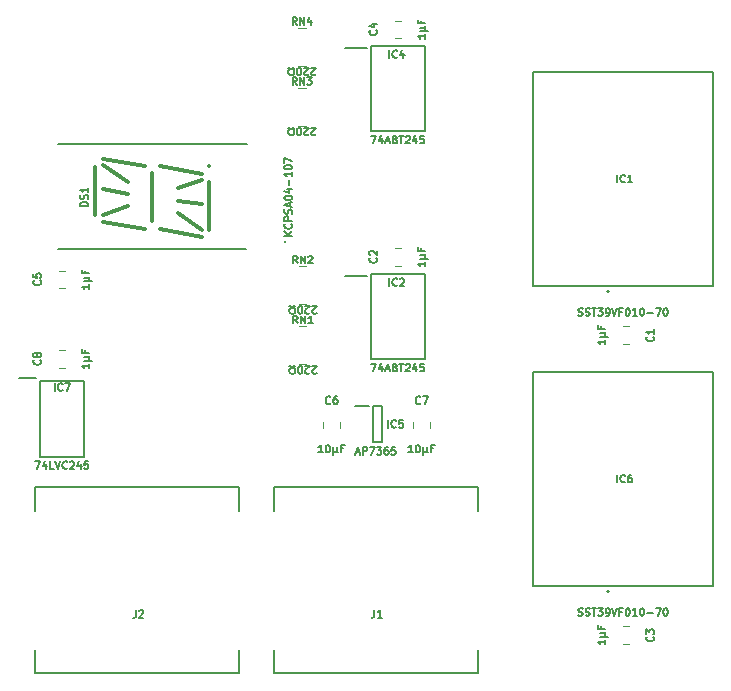
<source format=gto>
%TF.GenerationSoftware,KiCad,Pcbnew,8.0.7*%
%TF.CreationDate,2025-02-08T22:14:50+02:00*%
%TF.ProjectId,LED Digit Tester,4c454420-4469-4676-9974-205465737465,V0*%
%TF.SameCoordinates,Original*%
%TF.FileFunction,Legend,Top*%
%TF.FilePolarity,Positive*%
%FSLAX46Y46*%
G04 Gerber Fmt 4.6, Leading zero omitted, Abs format (unit mm)*
G04 Created by KiCad (PCBNEW 8.0.7) date 2025-02-08 22:14:50*
%MOMM*%
%LPD*%
G01*
G04 APERTURE LIST*
%ADD10C,0.150000*%
%ADD11C,0.200000*%
%ADD12C,0.100000*%
%ADD13C,0.120000*%
%ADD14C,0.300000*%
%ADD15C,0.210000*%
%ADD16C,0.187000*%
G04 APERTURE END LIST*
D10*
X29481119Y24097036D02*
X29481119Y24732036D01*
X30146357Y24157513D02*
X30116119Y24127275D01*
X30116119Y24127275D02*
X30025405Y24097036D01*
X30025405Y24097036D02*
X29964929Y24097036D01*
X29964929Y24097036D02*
X29874214Y24127275D01*
X29874214Y24127275D02*
X29813738Y24187751D01*
X29813738Y24187751D02*
X29783500Y24248227D01*
X29783500Y24248227D02*
X29753262Y24369179D01*
X29753262Y24369179D02*
X29753262Y24459894D01*
X29753262Y24459894D02*
X29783500Y24580846D01*
X29783500Y24580846D02*
X29813738Y24641322D01*
X29813738Y24641322D02*
X29874214Y24701798D01*
X29874214Y24701798D02*
X29964929Y24732036D01*
X29964929Y24732036D02*
X30025405Y24732036D01*
X30025405Y24732036D02*
X30116119Y24701798D01*
X30116119Y24701798D02*
X30146357Y24671560D01*
X30388262Y24671560D02*
X30418500Y24701798D01*
X30418500Y24701798D02*
X30478976Y24732036D01*
X30478976Y24732036D02*
X30630167Y24732036D01*
X30630167Y24732036D02*
X30690643Y24701798D01*
X30690643Y24701798D02*
X30720881Y24671560D01*
X30720881Y24671560D02*
X30751119Y24611084D01*
X30751119Y24611084D02*
X30751119Y24550608D01*
X30751119Y24550608D02*
X30720881Y24459894D01*
X30720881Y24459894D02*
X30358024Y24097036D01*
X30358024Y24097036D02*
X30751119Y24097036D01*
X27975261Y17493036D02*
X28398594Y17493036D01*
X28398594Y17493036D02*
X28126451Y16858036D01*
X28912642Y17281370D02*
X28912642Y16858036D01*
X28761451Y17523275D02*
X28610261Y17069703D01*
X28610261Y17069703D02*
X29003356Y17069703D01*
X29215023Y17039465D02*
X29517404Y17039465D01*
X29154547Y16858036D02*
X29366213Y17493036D01*
X29366213Y17493036D02*
X29577880Y16858036D01*
X30001214Y17190655D02*
X30091928Y17160417D01*
X30091928Y17160417D02*
X30122166Y17130179D01*
X30122166Y17130179D02*
X30152404Y17069703D01*
X30152404Y17069703D02*
X30152404Y16978989D01*
X30152404Y16978989D02*
X30122166Y16918513D01*
X30122166Y16918513D02*
X30091928Y16888275D01*
X30091928Y16888275D02*
X30031452Y16858036D01*
X30031452Y16858036D02*
X29789547Y16858036D01*
X29789547Y16858036D02*
X29789547Y17493036D01*
X29789547Y17493036D02*
X30001214Y17493036D01*
X30001214Y17493036D02*
X30061690Y17462798D01*
X30061690Y17462798D02*
X30091928Y17432560D01*
X30091928Y17432560D02*
X30122166Y17372084D01*
X30122166Y17372084D02*
X30122166Y17311608D01*
X30122166Y17311608D02*
X30091928Y17251132D01*
X30091928Y17251132D02*
X30061690Y17220894D01*
X30061690Y17220894D02*
X30001214Y17190655D01*
X30001214Y17190655D02*
X29789547Y17190655D01*
X30333833Y17493036D02*
X30696690Y17493036D01*
X30515261Y16858036D02*
X30515261Y17493036D01*
X30878119Y17432560D02*
X30908357Y17462798D01*
X30908357Y17462798D02*
X30968833Y17493036D01*
X30968833Y17493036D02*
X31120024Y17493036D01*
X31120024Y17493036D02*
X31180500Y17462798D01*
X31180500Y17462798D02*
X31210738Y17432560D01*
X31210738Y17432560D02*
X31240976Y17372084D01*
X31240976Y17372084D02*
X31240976Y17311608D01*
X31240976Y17311608D02*
X31210738Y17220894D01*
X31210738Y17220894D02*
X30847881Y16858036D01*
X30847881Y16858036D02*
X31240976Y16858036D01*
X31785262Y17281370D02*
X31785262Y16858036D01*
X31634071Y17523275D02*
X31482881Y17069703D01*
X31482881Y17069703D02*
X31875976Y17069703D01*
X32420262Y17493036D02*
X32117881Y17493036D01*
X32117881Y17493036D02*
X32087643Y17190655D01*
X32087643Y17190655D02*
X32117881Y17220894D01*
X32117881Y17220894D02*
X32178357Y17251132D01*
X32178357Y17251132D02*
X32329548Y17251132D01*
X32329548Y17251132D02*
X32390024Y17220894D01*
X32390024Y17220894D02*
X32420262Y17190655D01*
X32420262Y17190655D02*
X32450500Y17130179D01*
X32450500Y17130179D02*
X32450500Y16978989D01*
X32450500Y16978989D02*
X32420262Y16918513D01*
X32420262Y16918513D02*
X32390024Y16888275D01*
X32390024Y16888275D02*
X32329548Y16858036D01*
X32329548Y16858036D02*
X32178357Y16858036D01*
X32178357Y16858036D02*
X32117881Y16888275D01*
X32117881Y16888275D02*
X32087643Y16918513D01*
X21661547Y46195036D02*
X21449880Y46497417D01*
X21298690Y46195036D02*
X21298690Y46830036D01*
X21298690Y46830036D02*
X21540595Y46830036D01*
X21540595Y46830036D02*
X21601071Y46799798D01*
X21601071Y46799798D02*
X21631309Y46769560D01*
X21631309Y46769560D02*
X21661547Y46709084D01*
X21661547Y46709084D02*
X21661547Y46618370D01*
X21661547Y46618370D02*
X21631309Y46557894D01*
X21631309Y46557894D02*
X21601071Y46527655D01*
X21601071Y46527655D02*
X21540595Y46497417D01*
X21540595Y46497417D02*
X21298690Y46497417D01*
X21933690Y46195036D02*
X21933690Y46830036D01*
X21933690Y46830036D02*
X22296547Y46195036D01*
X22296547Y46195036D02*
X22296547Y46830036D01*
X22871071Y46618370D02*
X22871071Y46195036D01*
X22719880Y46860275D02*
X22568690Y46406703D01*
X22568690Y46406703D02*
X22961785Y46406703D01*
X23249047Y42001439D02*
X23218809Y41971201D01*
X23218809Y41971201D02*
X23158333Y41940963D01*
X23158333Y41940963D02*
X23007142Y41940963D01*
X23007142Y41940963D02*
X22946666Y41971201D01*
X22946666Y41971201D02*
X22916428Y42001439D01*
X22916428Y42001439D02*
X22886190Y42061915D01*
X22886190Y42061915D02*
X22886190Y42122391D01*
X22886190Y42122391D02*
X22916428Y42213105D01*
X22916428Y42213105D02*
X23279285Y42575963D01*
X23279285Y42575963D02*
X22886190Y42575963D01*
X22644285Y42001439D02*
X22614047Y41971201D01*
X22614047Y41971201D02*
X22553571Y41940963D01*
X22553571Y41940963D02*
X22402380Y41940963D01*
X22402380Y41940963D02*
X22341904Y41971201D01*
X22341904Y41971201D02*
X22311666Y42001439D01*
X22311666Y42001439D02*
X22281428Y42061915D01*
X22281428Y42061915D02*
X22281428Y42122391D01*
X22281428Y42122391D02*
X22311666Y42213105D01*
X22311666Y42213105D02*
X22674523Y42575963D01*
X22674523Y42575963D02*
X22281428Y42575963D01*
X21888333Y41940963D02*
X21827856Y41940963D01*
X21827856Y41940963D02*
X21767380Y41971201D01*
X21767380Y41971201D02*
X21737142Y42001439D01*
X21737142Y42001439D02*
X21706904Y42061915D01*
X21706904Y42061915D02*
X21676666Y42182867D01*
X21676666Y42182867D02*
X21676666Y42334058D01*
X21676666Y42334058D02*
X21706904Y42455010D01*
X21706904Y42455010D02*
X21737142Y42515486D01*
X21737142Y42515486D02*
X21767380Y42545725D01*
X21767380Y42545725D02*
X21827856Y42575963D01*
X21827856Y42575963D02*
X21888333Y42575963D01*
X21888333Y42575963D02*
X21948809Y42545725D01*
X21948809Y42545725D02*
X21979047Y42515486D01*
X21979047Y42515486D02*
X22009285Y42455010D01*
X22009285Y42455010D02*
X22039523Y42334058D01*
X22039523Y42334058D02*
X22039523Y42182867D01*
X22039523Y42182867D02*
X22009285Y42061915D01*
X22009285Y42061915D02*
X21979047Y42001439D01*
X21979047Y42001439D02*
X21948809Y41971201D01*
X21948809Y41971201D02*
X21888333Y41940963D01*
X21434761Y42575963D02*
X21283571Y42575963D01*
X21283571Y42575963D02*
X21283571Y42455010D01*
X21283571Y42455010D02*
X21344047Y42424772D01*
X21344047Y42424772D02*
X21404523Y42364296D01*
X21404523Y42364296D02*
X21434761Y42273582D01*
X21434761Y42273582D02*
X21434761Y42122391D01*
X21434761Y42122391D02*
X21404523Y42031677D01*
X21404523Y42031677D02*
X21344047Y41971201D01*
X21344047Y41971201D02*
X21253333Y41940963D01*
X21253333Y41940963D02*
X21132380Y41940963D01*
X21132380Y41940963D02*
X21041666Y41971201D01*
X21041666Y41971201D02*
X20981190Y42031677D01*
X20981190Y42031677D02*
X20950952Y42122391D01*
X20950952Y42122391D02*
X20950952Y42273582D01*
X20950952Y42273582D02*
X20981190Y42364296D01*
X20981190Y42364296D02*
X21041666Y42424772D01*
X21041666Y42424772D02*
X21102142Y42455010D01*
X21102142Y42455010D02*
X21102142Y42575963D01*
X21102142Y42575963D02*
X20950952Y42575963D01*
X21739547Y26001836D02*
X21527880Y26304217D01*
X21376690Y26001836D02*
X21376690Y26636836D01*
X21376690Y26636836D02*
X21618595Y26636836D01*
X21618595Y26636836D02*
X21679071Y26606598D01*
X21679071Y26606598D02*
X21709309Y26576360D01*
X21709309Y26576360D02*
X21739547Y26515884D01*
X21739547Y26515884D02*
X21739547Y26425170D01*
X21739547Y26425170D02*
X21709309Y26364694D01*
X21709309Y26364694D02*
X21679071Y26334455D01*
X21679071Y26334455D02*
X21618595Y26304217D01*
X21618595Y26304217D02*
X21376690Y26304217D01*
X22011690Y26001836D02*
X22011690Y26636836D01*
X22011690Y26636836D02*
X22374547Y26001836D01*
X22374547Y26001836D02*
X22374547Y26636836D01*
X22646690Y26576360D02*
X22676928Y26606598D01*
X22676928Y26606598D02*
X22737404Y26636836D01*
X22737404Y26636836D02*
X22888595Y26636836D01*
X22888595Y26636836D02*
X22949071Y26606598D01*
X22949071Y26606598D02*
X22979309Y26576360D01*
X22979309Y26576360D02*
X23009547Y26515884D01*
X23009547Y26515884D02*
X23009547Y26455408D01*
X23009547Y26455408D02*
X22979309Y26364694D01*
X22979309Y26364694D02*
X22616452Y26001836D01*
X22616452Y26001836D02*
X23009547Y26001836D01*
X23327047Y21808239D02*
X23296809Y21778001D01*
X23296809Y21778001D02*
X23236333Y21747763D01*
X23236333Y21747763D02*
X23085142Y21747763D01*
X23085142Y21747763D02*
X23024666Y21778001D01*
X23024666Y21778001D02*
X22994428Y21808239D01*
X22994428Y21808239D02*
X22964190Y21868715D01*
X22964190Y21868715D02*
X22964190Y21929191D01*
X22964190Y21929191D02*
X22994428Y22019905D01*
X22994428Y22019905D02*
X23357285Y22382763D01*
X23357285Y22382763D02*
X22964190Y22382763D01*
X22722285Y21808239D02*
X22692047Y21778001D01*
X22692047Y21778001D02*
X22631571Y21747763D01*
X22631571Y21747763D02*
X22480380Y21747763D01*
X22480380Y21747763D02*
X22419904Y21778001D01*
X22419904Y21778001D02*
X22389666Y21808239D01*
X22389666Y21808239D02*
X22359428Y21868715D01*
X22359428Y21868715D02*
X22359428Y21929191D01*
X22359428Y21929191D02*
X22389666Y22019905D01*
X22389666Y22019905D02*
X22752523Y22382763D01*
X22752523Y22382763D02*
X22359428Y22382763D01*
X21966333Y21747763D02*
X21905856Y21747763D01*
X21905856Y21747763D02*
X21845380Y21778001D01*
X21845380Y21778001D02*
X21815142Y21808239D01*
X21815142Y21808239D02*
X21784904Y21868715D01*
X21784904Y21868715D02*
X21754666Y21989667D01*
X21754666Y21989667D02*
X21754666Y22140858D01*
X21754666Y22140858D02*
X21784904Y22261810D01*
X21784904Y22261810D02*
X21815142Y22322286D01*
X21815142Y22322286D02*
X21845380Y22352525D01*
X21845380Y22352525D02*
X21905856Y22382763D01*
X21905856Y22382763D02*
X21966333Y22382763D01*
X21966333Y22382763D02*
X22026809Y22352525D01*
X22026809Y22352525D02*
X22057047Y22322286D01*
X22057047Y22322286D02*
X22087285Y22261810D01*
X22087285Y22261810D02*
X22117523Y22140858D01*
X22117523Y22140858D02*
X22117523Y21989667D01*
X22117523Y21989667D02*
X22087285Y21868715D01*
X22087285Y21868715D02*
X22057047Y21808239D01*
X22057047Y21808239D02*
X22026809Y21778001D01*
X22026809Y21778001D02*
X21966333Y21747763D01*
X21512761Y22382763D02*
X21361571Y22382763D01*
X21361571Y22382763D02*
X21361571Y22261810D01*
X21361571Y22261810D02*
X21422047Y22231572D01*
X21422047Y22231572D02*
X21482523Y22171096D01*
X21482523Y22171096D02*
X21512761Y22080382D01*
X21512761Y22080382D02*
X21512761Y21929191D01*
X21512761Y21929191D02*
X21482523Y21838477D01*
X21482523Y21838477D02*
X21422047Y21778001D01*
X21422047Y21778001D02*
X21331333Y21747763D01*
X21331333Y21747763D02*
X21210380Y21747763D01*
X21210380Y21747763D02*
X21119666Y21778001D01*
X21119666Y21778001D02*
X21059190Y21838477D01*
X21059190Y21838477D02*
X21028952Y21929191D01*
X21028952Y21929191D02*
X21028952Y22080382D01*
X21028952Y22080382D02*
X21059190Y22171096D01*
X21059190Y22171096D02*
X21119666Y22231572D01*
X21119666Y22231572D02*
X21180142Y22261810D01*
X21180142Y22261810D02*
X21180142Y22382763D01*
X21180142Y22382763D02*
X21028952Y22382763D01*
X-71513Y24559166D02*
X-41275Y24528928D01*
X-41275Y24528928D02*
X-11036Y24438214D01*
X-11036Y24438214D02*
X-11036Y24377738D01*
X-11036Y24377738D02*
X-41275Y24287023D01*
X-41275Y24287023D02*
X-101751Y24226547D01*
X-101751Y24226547D02*
X-162227Y24196309D01*
X-162227Y24196309D02*
X-283179Y24166071D01*
X-283179Y24166071D02*
X-373894Y24166071D01*
X-373894Y24166071D02*
X-494846Y24196309D01*
X-494846Y24196309D02*
X-555322Y24226547D01*
X-555322Y24226547D02*
X-615798Y24287023D01*
X-615798Y24287023D02*
X-646036Y24377738D01*
X-646036Y24377738D02*
X-646036Y24438214D01*
X-646036Y24438214D02*
X-615798Y24528928D01*
X-615798Y24528928D02*
X-585560Y24559166D01*
X-646036Y25133690D02*
X-646036Y24831309D01*
X-646036Y24831309D02*
X-343655Y24801071D01*
X-343655Y24801071D02*
X-373894Y24831309D01*
X-373894Y24831309D02*
X-404132Y24891785D01*
X-404132Y24891785D02*
X-404132Y25042976D01*
X-404132Y25042976D02*
X-373894Y25103452D01*
X-373894Y25103452D02*
X-343655Y25133690D01*
X-343655Y25133690D02*
X-283179Y25163928D01*
X-283179Y25163928D02*
X-131989Y25163928D01*
X-131989Y25163928D02*
X-71513Y25133690D01*
X-71513Y25133690D02*
X-41275Y25103452D01*
X-41275Y25103452D02*
X-11036Y25042976D01*
X-11036Y25042976D02*
X-11036Y24891785D01*
X-11036Y24891785D02*
X-41275Y24831309D01*
X-41275Y24831309D02*
X-71513Y24801071D01*
X4095963Y24214666D02*
X4095963Y23851809D01*
X4095963Y24033237D02*
X3460963Y24033237D01*
X3460963Y24033237D02*
X3551677Y23972761D01*
X3551677Y23972761D02*
X3612153Y23912285D01*
X3612153Y23912285D02*
X3642391Y23851809D01*
X3672629Y24486809D02*
X4307629Y24486809D01*
X4005248Y24789190D02*
X4065725Y24819428D01*
X4065725Y24819428D02*
X4095963Y24879904D01*
X4005248Y24486809D02*
X4065725Y24517047D01*
X4065725Y24517047D02*
X4095963Y24577523D01*
X4095963Y24577523D02*
X4095963Y24698476D01*
X4095963Y24698476D02*
X4065725Y24758952D01*
X4065725Y24758952D02*
X4005248Y24789190D01*
X4005248Y24789190D02*
X3672629Y24789190D01*
X3763344Y25363714D02*
X3763344Y25152047D01*
X4095963Y25152047D02*
X3460963Y25152047D01*
X3460963Y25152047D02*
X3460963Y25454428D01*
X24505166Y14165513D02*
X24474928Y14135275D01*
X24474928Y14135275D02*
X24384214Y14105036D01*
X24384214Y14105036D02*
X24323738Y14105036D01*
X24323738Y14105036D02*
X24233023Y14135275D01*
X24233023Y14135275D02*
X24172547Y14195751D01*
X24172547Y14195751D02*
X24142309Y14256227D01*
X24142309Y14256227D02*
X24112071Y14377179D01*
X24112071Y14377179D02*
X24112071Y14467894D01*
X24112071Y14467894D02*
X24142309Y14588846D01*
X24142309Y14588846D02*
X24172547Y14649322D01*
X24172547Y14649322D02*
X24233023Y14709798D01*
X24233023Y14709798D02*
X24323738Y14740036D01*
X24323738Y14740036D02*
X24384214Y14740036D01*
X24384214Y14740036D02*
X24474928Y14709798D01*
X24474928Y14709798D02*
X24505166Y14679560D01*
X25049452Y14740036D02*
X24928499Y14740036D01*
X24928499Y14740036D02*
X24868023Y14709798D01*
X24868023Y14709798D02*
X24837785Y14679560D01*
X24837785Y14679560D02*
X24777309Y14588846D01*
X24777309Y14588846D02*
X24747071Y14467894D01*
X24747071Y14467894D02*
X24747071Y14225989D01*
X24747071Y14225989D02*
X24777309Y14165513D01*
X24777309Y14165513D02*
X24807547Y14135275D01*
X24807547Y14135275D02*
X24868023Y14105036D01*
X24868023Y14105036D02*
X24988976Y14105036D01*
X24988976Y14105036D02*
X25049452Y14135275D01*
X25049452Y14135275D02*
X25079690Y14165513D01*
X25079690Y14165513D02*
X25109928Y14225989D01*
X25109928Y14225989D02*
X25109928Y14377179D01*
X25109928Y14377179D02*
X25079690Y14437655D01*
X25079690Y14437655D02*
X25049452Y14467894D01*
X25049452Y14467894D02*
X24988976Y14498132D01*
X24988976Y14498132D02*
X24868023Y14498132D01*
X24868023Y14498132D02*
X24807547Y14467894D01*
X24807547Y14467894D02*
X24777309Y14437655D01*
X24777309Y14437655D02*
X24747071Y14377179D01*
X23858285Y9998036D02*
X23495428Y9998036D01*
X23676856Y9998036D02*
X23676856Y10633036D01*
X23676856Y10633036D02*
X23616380Y10542322D01*
X23616380Y10542322D02*
X23555904Y10481846D01*
X23555904Y10481846D02*
X23495428Y10451608D01*
X24251380Y10633036D02*
X24311857Y10633036D01*
X24311857Y10633036D02*
X24372333Y10602798D01*
X24372333Y10602798D02*
X24402571Y10572560D01*
X24402571Y10572560D02*
X24432809Y10512084D01*
X24432809Y10512084D02*
X24463047Y10391132D01*
X24463047Y10391132D02*
X24463047Y10239941D01*
X24463047Y10239941D02*
X24432809Y10118989D01*
X24432809Y10118989D02*
X24402571Y10058513D01*
X24402571Y10058513D02*
X24372333Y10028275D01*
X24372333Y10028275D02*
X24311857Y9998036D01*
X24311857Y9998036D02*
X24251380Y9998036D01*
X24251380Y9998036D02*
X24190904Y10028275D01*
X24190904Y10028275D02*
X24160666Y10058513D01*
X24160666Y10058513D02*
X24130428Y10118989D01*
X24130428Y10118989D02*
X24100190Y10239941D01*
X24100190Y10239941D02*
X24100190Y10391132D01*
X24100190Y10391132D02*
X24130428Y10512084D01*
X24130428Y10512084D02*
X24160666Y10572560D01*
X24160666Y10572560D02*
X24190904Y10602798D01*
X24190904Y10602798D02*
X24251380Y10633036D01*
X24735190Y10421370D02*
X24735190Y9786370D01*
X25037571Y10088751D02*
X25067809Y10028275D01*
X25067809Y10028275D02*
X25128285Y9998036D01*
X24735190Y10088751D02*
X24765428Y10028275D01*
X24765428Y10028275D02*
X24825904Y9998036D01*
X24825904Y9998036D02*
X24946857Y9998036D01*
X24946857Y9998036D02*
X25007333Y10028275D01*
X25007333Y10028275D02*
X25037571Y10088751D01*
X25037571Y10088751D02*
X25037571Y10421370D01*
X25612095Y10330655D02*
X25400428Y10330655D01*
X25400428Y9998036D02*
X25400428Y10633036D01*
X25400428Y10633036D02*
X25702809Y10633036D01*
X3970963Y30850928D02*
X3335963Y30850928D01*
X3335963Y30850928D02*
X3335963Y31002118D01*
X3335963Y31002118D02*
X3366201Y31092833D01*
X3366201Y31092833D02*
X3426677Y31153309D01*
X3426677Y31153309D02*
X3487153Y31183547D01*
X3487153Y31183547D02*
X3608105Y31213785D01*
X3608105Y31213785D02*
X3698820Y31213785D01*
X3698820Y31213785D02*
X3819772Y31183547D01*
X3819772Y31183547D02*
X3880248Y31153309D01*
X3880248Y31153309D02*
X3940725Y31092833D01*
X3940725Y31092833D02*
X3970963Y31002118D01*
X3970963Y31002118D02*
X3970963Y30850928D01*
X3940725Y31455690D02*
X3970963Y31546404D01*
X3970963Y31546404D02*
X3970963Y31697595D01*
X3970963Y31697595D02*
X3940725Y31758071D01*
X3940725Y31758071D02*
X3910486Y31788309D01*
X3910486Y31788309D02*
X3850010Y31818547D01*
X3850010Y31818547D02*
X3789534Y31818547D01*
X3789534Y31818547D02*
X3729058Y31788309D01*
X3729058Y31788309D02*
X3698820Y31758071D01*
X3698820Y31758071D02*
X3668582Y31697595D01*
X3668582Y31697595D02*
X3638344Y31576642D01*
X3638344Y31576642D02*
X3608105Y31516166D01*
X3608105Y31516166D02*
X3577867Y31485928D01*
X3577867Y31485928D02*
X3517391Y31455690D01*
X3517391Y31455690D02*
X3456915Y31455690D01*
X3456915Y31455690D02*
X3396439Y31485928D01*
X3396439Y31485928D02*
X3366201Y31516166D01*
X3366201Y31516166D02*
X3335963Y31576642D01*
X3335963Y31576642D02*
X3335963Y31727833D01*
X3335963Y31727833D02*
X3366201Y31818547D01*
X3970963Y32423309D02*
X3970963Y32060452D01*
X3970963Y32241880D02*
X3335963Y32241880D01*
X3335963Y32241880D02*
X3426677Y32181404D01*
X3426677Y32181404D02*
X3487153Y32120928D01*
X3487153Y32120928D02*
X3517391Y32060452D01*
X21242963Y28341166D02*
X20607963Y28341166D01*
X21242963Y28704023D02*
X20880105Y28431880D01*
X20607963Y28704023D02*
X20970820Y28341166D01*
X21182486Y29339023D02*
X21212725Y29308785D01*
X21212725Y29308785D02*
X21242963Y29218071D01*
X21242963Y29218071D02*
X21242963Y29157595D01*
X21242963Y29157595D02*
X21212725Y29066880D01*
X21212725Y29066880D02*
X21152248Y29006404D01*
X21152248Y29006404D02*
X21091772Y28976166D01*
X21091772Y28976166D02*
X20970820Y28945928D01*
X20970820Y28945928D02*
X20880105Y28945928D01*
X20880105Y28945928D02*
X20759153Y28976166D01*
X20759153Y28976166D02*
X20698677Y29006404D01*
X20698677Y29006404D02*
X20638201Y29066880D01*
X20638201Y29066880D02*
X20607963Y29157595D01*
X20607963Y29157595D02*
X20607963Y29218071D01*
X20607963Y29218071D02*
X20638201Y29308785D01*
X20638201Y29308785D02*
X20668439Y29339023D01*
X21242963Y29611166D02*
X20607963Y29611166D01*
X20607963Y29611166D02*
X20607963Y29853071D01*
X20607963Y29853071D02*
X20638201Y29913547D01*
X20638201Y29913547D02*
X20668439Y29943785D01*
X20668439Y29943785D02*
X20728915Y29974023D01*
X20728915Y29974023D02*
X20819629Y29974023D01*
X20819629Y29974023D02*
X20880105Y29943785D01*
X20880105Y29943785D02*
X20910344Y29913547D01*
X20910344Y29913547D02*
X20940582Y29853071D01*
X20940582Y29853071D02*
X20940582Y29611166D01*
X21212725Y30215928D02*
X21242963Y30306642D01*
X21242963Y30306642D02*
X21242963Y30457833D01*
X21242963Y30457833D02*
X21212725Y30518309D01*
X21212725Y30518309D02*
X21182486Y30548547D01*
X21182486Y30548547D02*
X21122010Y30578785D01*
X21122010Y30578785D02*
X21061534Y30578785D01*
X21061534Y30578785D02*
X21001058Y30548547D01*
X21001058Y30548547D02*
X20970820Y30518309D01*
X20970820Y30518309D02*
X20940582Y30457833D01*
X20940582Y30457833D02*
X20910344Y30336880D01*
X20910344Y30336880D02*
X20880105Y30276404D01*
X20880105Y30276404D02*
X20849867Y30246166D01*
X20849867Y30246166D02*
X20789391Y30215928D01*
X20789391Y30215928D02*
X20728915Y30215928D01*
X20728915Y30215928D02*
X20668439Y30246166D01*
X20668439Y30246166D02*
X20638201Y30276404D01*
X20638201Y30276404D02*
X20607963Y30336880D01*
X20607963Y30336880D02*
X20607963Y30488071D01*
X20607963Y30488071D02*
X20638201Y30578785D01*
X21061534Y30820690D02*
X21061534Y31123071D01*
X21242963Y30760214D02*
X20607963Y30971880D01*
X20607963Y30971880D02*
X21242963Y31183547D01*
X20607963Y31516166D02*
X20607963Y31576643D01*
X20607963Y31576643D02*
X20638201Y31637119D01*
X20638201Y31637119D02*
X20668439Y31667357D01*
X20668439Y31667357D02*
X20728915Y31697595D01*
X20728915Y31697595D02*
X20849867Y31727833D01*
X20849867Y31727833D02*
X21001058Y31727833D01*
X21001058Y31727833D02*
X21122010Y31697595D01*
X21122010Y31697595D02*
X21182486Y31667357D01*
X21182486Y31667357D02*
X21212725Y31637119D01*
X21212725Y31637119D02*
X21242963Y31576643D01*
X21242963Y31576643D02*
X21242963Y31516166D01*
X21242963Y31516166D02*
X21212725Y31455690D01*
X21212725Y31455690D02*
X21182486Y31425452D01*
X21182486Y31425452D02*
X21122010Y31395214D01*
X21122010Y31395214D02*
X21001058Y31364976D01*
X21001058Y31364976D02*
X20849867Y31364976D01*
X20849867Y31364976D02*
X20728915Y31395214D01*
X20728915Y31395214D02*
X20668439Y31425452D01*
X20668439Y31425452D02*
X20638201Y31455690D01*
X20638201Y31455690D02*
X20607963Y31516166D01*
X20819629Y32272119D02*
X21242963Y32272119D01*
X20577725Y32120928D02*
X21031296Y31969738D01*
X21031296Y31969738D02*
X21031296Y32362833D01*
X21001058Y32604738D02*
X21001058Y33088548D01*
X21242963Y33723547D02*
X21242963Y33360690D01*
X21242963Y33542118D02*
X20607963Y33542118D01*
X20607963Y33542118D02*
X20698677Y33481642D01*
X20698677Y33481642D02*
X20759153Y33421166D01*
X20759153Y33421166D02*
X20789391Y33360690D01*
X20607963Y34116642D02*
X20607963Y34177119D01*
X20607963Y34177119D02*
X20638201Y34237595D01*
X20638201Y34237595D02*
X20668439Y34267833D01*
X20668439Y34267833D02*
X20728915Y34298071D01*
X20728915Y34298071D02*
X20849867Y34328309D01*
X20849867Y34328309D02*
X21001058Y34328309D01*
X21001058Y34328309D02*
X21122010Y34298071D01*
X21122010Y34298071D02*
X21182486Y34267833D01*
X21182486Y34267833D02*
X21212725Y34237595D01*
X21212725Y34237595D02*
X21242963Y34177119D01*
X21242963Y34177119D02*
X21242963Y34116642D01*
X21242963Y34116642D02*
X21212725Y34056166D01*
X21212725Y34056166D02*
X21182486Y34025928D01*
X21182486Y34025928D02*
X21122010Y33995690D01*
X21122010Y33995690D02*
X21001058Y33965452D01*
X21001058Y33965452D02*
X20849867Y33965452D01*
X20849867Y33965452D02*
X20728915Y33995690D01*
X20728915Y33995690D02*
X20668439Y34025928D01*
X20668439Y34025928D02*
X20638201Y34056166D01*
X20638201Y34056166D02*
X20607963Y34116642D01*
X20607963Y34539976D02*
X20607963Y34963309D01*
X20607963Y34963309D02*
X21242963Y34691166D01*
X48785119Y7460036D02*
X48785119Y8095036D01*
X49450357Y7520513D02*
X49420119Y7490275D01*
X49420119Y7490275D02*
X49329405Y7460036D01*
X49329405Y7460036D02*
X49268929Y7460036D01*
X49268929Y7460036D02*
X49178214Y7490275D01*
X49178214Y7490275D02*
X49117738Y7550751D01*
X49117738Y7550751D02*
X49087500Y7611227D01*
X49087500Y7611227D02*
X49057262Y7732179D01*
X49057262Y7732179D02*
X49057262Y7822894D01*
X49057262Y7822894D02*
X49087500Y7943846D01*
X49087500Y7943846D02*
X49117738Y8004322D01*
X49117738Y8004322D02*
X49178214Y8064798D01*
X49178214Y8064798D02*
X49268929Y8095036D01*
X49268929Y8095036D02*
X49329405Y8095036D01*
X49329405Y8095036D02*
X49420119Y8064798D01*
X49420119Y8064798D02*
X49450357Y8034560D01*
X49994643Y8095036D02*
X49873690Y8095036D01*
X49873690Y8095036D02*
X49813214Y8064798D01*
X49813214Y8064798D02*
X49782976Y8034560D01*
X49782976Y8034560D02*
X49722500Y7943846D01*
X49722500Y7943846D02*
X49692262Y7822894D01*
X49692262Y7822894D02*
X49692262Y7580989D01*
X49692262Y7580989D02*
X49722500Y7520513D01*
X49722500Y7520513D02*
X49752738Y7490275D01*
X49752738Y7490275D02*
X49813214Y7460036D01*
X49813214Y7460036D02*
X49934167Y7460036D01*
X49934167Y7460036D02*
X49994643Y7490275D01*
X49994643Y7490275D02*
X50024881Y7520513D01*
X50024881Y7520513D02*
X50055119Y7580989D01*
X50055119Y7580989D02*
X50055119Y7732179D01*
X50055119Y7732179D02*
X50024881Y7792655D01*
X50024881Y7792655D02*
X49994643Y7822894D01*
X49994643Y7822894D02*
X49934167Y7853132D01*
X49934167Y7853132D02*
X49813214Y7853132D01*
X49813214Y7853132D02*
X49752738Y7822894D01*
X49752738Y7822894D02*
X49722500Y7792655D01*
X49722500Y7792655D02*
X49692262Y7732179D01*
X45498237Y-3812725D02*
X45588951Y-3842963D01*
X45588951Y-3842963D02*
X45740142Y-3842963D01*
X45740142Y-3842963D02*
X45800618Y-3812725D01*
X45800618Y-3812725D02*
X45830856Y-3782486D01*
X45830856Y-3782486D02*
X45861094Y-3722010D01*
X45861094Y-3722010D02*
X45861094Y-3661534D01*
X45861094Y-3661534D02*
X45830856Y-3601058D01*
X45830856Y-3601058D02*
X45800618Y-3570820D01*
X45800618Y-3570820D02*
X45740142Y-3540582D01*
X45740142Y-3540582D02*
X45619189Y-3510344D01*
X45619189Y-3510344D02*
X45558713Y-3480105D01*
X45558713Y-3480105D02*
X45528475Y-3449867D01*
X45528475Y-3449867D02*
X45498237Y-3389391D01*
X45498237Y-3389391D02*
X45498237Y-3328915D01*
X45498237Y-3328915D02*
X45528475Y-3268439D01*
X45528475Y-3268439D02*
X45558713Y-3238201D01*
X45558713Y-3238201D02*
X45619189Y-3207963D01*
X45619189Y-3207963D02*
X45770380Y-3207963D01*
X45770380Y-3207963D02*
X45861094Y-3238201D01*
X46102999Y-3812725D02*
X46193713Y-3842963D01*
X46193713Y-3842963D02*
X46344904Y-3842963D01*
X46344904Y-3842963D02*
X46405380Y-3812725D01*
X46405380Y-3812725D02*
X46435618Y-3782486D01*
X46435618Y-3782486D02*
X46465856Y-3722010D01*
X46465856Y-3722010D02*
X46465856Y-3661534D01*
X46465856Y-3661534D02*
X46435618Y-3601058D01*
X46435618Y-3601058D02*
X46405380Y-3570820D01*
X46405380Y-3570820D02*
X46344904Y-3540582D01*
X46344904Y-3540582D02*
X46223951Y-3510344D01*
X46223951Y-3510344D02*
X46163475Y-3480105D01*
X46163475Y-3480105D02*
X46133237Y-3449867D01*
X46133237Y-3449867D02*
X46102999Y-3389391D01*
X46102999Y-3389391D02*
X46102999Y-3328915D01*
X46102999Y-3328915D02*
X46133237Y-3268439D01*
X46133237Y-3268439D02*
X46163475Y-3238201D01*
X46163475Y-3238201D02*
X46223951Y-3207963D01*
X46223951Y-3207963D02*
X46375142Y-3207963D01*
X46375142Y-3207963D02*
X46465856Y-3238201D01*
X46647285Y-3207963D02*
X47010142Y-3207963D01*
X46828713Y-3842963D02*
X46828713Y-3207963D01*
X47161333Y-3207963D02*
X47554428Y-3207963D01*
X47554428Y-3207963D02*
X47342761Y-3449867D01*
X47342761Y-3449867D02*
X47433476Y-3449867D01*
X47433476Y-3449867D02*
X47493952Y-3480105D01*
X47493952Y-3480105D02*
X47524190Y-3510344D01*
X47524190Y-3510344D02*
X47554428Y-3570820D01*
X47554428Y-3570820D02*
X47554428Y-3722010D01*
X47554428Y-3722010D02*
X47524190Y-3782486D01*
X47524190Y-3782486D02*
X47493952Y-3812725D01*
X47493952Y-3812725D02*
X47433476Y-3842963D01*
X47433476Y-3842963D02*
X47252047Y-3842963D01*
X47252047Y-3842963D02*
X47191571Y-3812725D01*
X47191571Y-3812725D02*
X47161333Y-3782486D01*
X47856809Y-3842963D02*
X47977761Y-3842963D01*
X47977761Y-3842963D02*
X48038238Y-3812725D01*
X48038238Y-3812725D02*
X48068476Y-3782486D01*
X48068476Y-3782486D02*
X48128952Y-3691772D01*
X48128952Y-3691772D02*
X48159190Y-3570820D01*
X48159190Y-3570820D02*
X48159190Y-3328915D01*
X48159190Y-3328915D02*
X48128952Y-3268439D01*
X48128952Y-3268439D02*
X48098714Y-3238201D01*
X48098714Y-3238201D02*
X48038238Y-3207963D01*
X48038238Y-3207963D02*
X47917285Y-3207963D01*
X47917285Y-3207963D02*
X47856809Y-3238201D01*
X47856809Y-3238201D02*
X47826571Y-3268439D01*
X47826571Y-3268439D02*
X47796333Y-3328915D01*
X47796333Y-3328915D02*
X47796333Y-3480105D01*
X47796333Y-3480105D02*
X47826571Y-3540582D01*
X47826571Y-3540582D02*
X47856809Y-3570820D01*
X47856809Y-3570820D02*
X47917285Y-3601058D01*
X47917285Y-3601058D02*
X48038238Y-3601058D01*
X48038238Y-3601058D02*
X48098714Y-3570820D01*
X48098714Y-3570820D02*
X48128952Y-3540582D01*
X48128952Y-3540582D02*
X48159190Y-3480105D01*
X48340619Y-3207963D02*
X48552285Y-3842963D01*
X48552285Y-3842963D02*
X48763952Y-3207963D01*
X49187286Y-3510344D02*
X48975619Y-3510344D01*
X48975619Y-3842963D02*
X48975619Y-3207963D01*
X48975619Y-3207963D02*
X49278000Y-3207963D01*
X49640857Y-3207963D02*
X49701334Y-3207963D01*
X49701334Y-3207963D02*
X49761810Y-3238201D01*
X49761810Y-3238201D02*
X49792048Y-3268439D01*
X49792048Y-3268439D02*
X49822286Y-3328915D01*
X49822286Y-3328915D02*
X49852524Y-3449867D01*
X49852524Y-3449867D02*
X49852524Y-3601058D01*
X49852524Y-3601058D02*
X49822286Y-3722010D01*
X49822286Y-3722010D02*
X49792048Y-3782486D01*
X49792048Y-3782486D02*
X49761810Y-3812725D01*
X49761810Y-3812725D02*
X49701334Y-3842963D01*
X49701334Y-3842963D02*
X49640857Y-3842963D01*
X49640857Y-3842963D02*
X49580381Y-3812725D01*
X49580381Y-3812725D02*
X49550143Y-3782486D01*
X49550143Y-3782486D02*
X49519905Y-3722010D01*
X49519905Y-3722010D02*
X49489667Y-3601058D01*
X49489667Y-3601058D02*
X49489667Y-3449867D01*
X49489667Y-3449867D02*
X49519905Y-3328915D01*
X49519905Y-3328915D02*
X49550143Y-3268439D01*
X49550143Y-3268439D02*
X49580381Y-3238201D01*
X49580381Y-3238201D02*
X49640857Y-3207963D01*
X50457286Y-3842963D02*
X50094429Y-3842963D01*
X50275857Y-3842963D02*
X50275857Y-3207963D01*
X50275857Y-3207963D02*
X50215381Y-3298677D01*
X50215381Y-3298677D02*
X50154905Y-3359153D01*
X50154905Y-3359153D02*
X50094429Y-3389391D01*
X50850381Y-3207963D02*
X50910858Y-3207963D01*
X50910858Y-3207963D02*
X50971334Y-3238201D01*
X50971334Y-3238201D02*
X51001572Y-3268439D01*
X51001572Y-3268439D02*
X51031810Y-3328915D01*
X51031810Y-3328915D02*
X51062048Y-3449867D01*
X51062048Y-3449867D02*
X51062048Y-3601058D01*
X51062048Y-3601058D02*
X51031810Y-3722010D01*
X51031810Y-3722010D02*
X51001572Y-3782486D01*
X51001572Y-3782486D02*
X50971334Y-3812725D01*
X50971334Y-3812725D02*
X50910858Y-3842963D01*
X50910858Y-3842963D02*
X50850381Y-3842963D01*
X50850381Y-3842963D02*
X50789905Y-3812725D01*
X50789905Y-3812725D02*
X50759667Y-3782486D01*
X50759667Y-3782486D02*
X50729429Y-3722010D01*
X50729429Y-3722010D02*
X50699191Y-3601058D01*
X50699191Y-3601058D02*
X50699191Y-3449867D01*
X50699191Y-3449867D02*
X50729429Y-3328915D01*
X50729429Y-3328915D02*
X50759667Y-3268439D01*
X50759667Y-3268439D02*
X50789905Y-3238201D01*
X50789905Y-3238201D02*
X50850381Y-3207963D01*
X51334191Y-3601058D02*
X51818001Y-3601058D01*
X52059905Y-3207963D02*
X52483238Y-3207963D01*
X52483238Y-3207963D02*
X52211095Y-3842963D01*
X52846095Y-3207963D02*
X52906572Y-3207963D01*
X52906572Y-3207963D02*
X52967048Y-3238201D01*
X52967048Y-3238201D02*
X52997286Y-3268439D01*
X52997286Y-3268439D02*
X53027524Y-3328915D01*
X53027524Y-3328915D02*
X53057762Y-3449867D01*
X53057762Y-3449867D02*
X53057762Y-3601058D01*
X53057762Y-3601058D02*
X53027524Y-3722010D01*
X53027524Y-3722010D02*
X52997286Y-3782486D01*
X52997286Y-3782486D02*
X52967048Y-3812725D01*
X52967048Y-3812725D02*
X52906572Y-3842963D01*
X52906572Y-3842963D02*
X52846095Y-3842963D01*
X52846095Y-3842963D02*
X52785619Y-3812725D01*
X52785619Y-3812725D02*
X52755381Y-3782486D01*
X52755381Y-3782486D02*
X52725143Y-3722010D01*
X52725143Y-3722010D02*
X52694905Y-3601058D01*
X52694905Y-3601058D02*
X52694905Y-3449867D01*
X52694905Y-3449867D02*
X52725143Y-3328915D01*
X52725143Y-3328915D02*
X52755381Y-3268439D01*
X52755381Y-3268439D02*
X52785619Y-3238201D01*
X52785619Y-3238201D02*
X52846095Y-3207963D01*
X28228333Y-3361963D02*
X28228333Y-3815534D01*
X28228333Y-3815534D02*
X28198094Y-3906248D01*
X28198094Y-3906248D02*
X28137618Y-3966725D01*
X28137618Y-3966725D02*
X28046904Y-3996963D01*
X28046904Y-3996963D02*
X27986428Y-3996963D01*
X28863333Y-3996963D02*
X28500476Y-3996963D01*
X28681904Y-3996963D02*
X28681904Y-3361963D01*
X28681904Y-3361963D02*
X28621428Y-3452677D01*
X28621428Y-3452677D02*
X28560952Y-3513153D01*
X28560952Y-3513153D02*
X28500476Y-3543391D01*
X32125166Y14165513D02*
X32094928Y14135275D01*
X32094928Y14135275D02*
X32004214Y14105036D01*
X32004214Y14105036D02*
X31943738Y14105036D01*
X31943738Y14105036D02*
X31853023Y14135275D01*
X31853023Y14135275D02*
X31792547Y14195751D01*
X31792547Y14195751D02*
X31762309Y14256227D01*
X31762309Y14256227D02*
X31732071Y14377179D01*
X31732071Y14377179D02*
X31732071Y14467894D01*
X31732071Y14467894D02*
X31762309Y14588846D01*
X31762309Y14588846D02*
X31792547Y14649322D01*
X31792547Y14649322D02*
X31853023Y14709798D01*
X31853023Y14709798D02*
X31943738Y14740036D01*
X31943738Y14740036D02*
X32004214Y14740036D01*
X32004214Y14740036D02*
X32094928Y14709798D01*
X32094928Y14709798D02*
X32125166Y14679560D01*
X32336833Y14740036D02*
X32760166Y14740036D01*
X32760166Y14740036D02*
X32488023Y14105036D01*
X31478285Y9998036D02*
X31115428Y9998036D01*
X31296856Y9998036D02*
X31296856Y10633036D01*
X31296856Y10633036D02*
X31236380Y10542322D01*
X31236380Y10542322D02*
X31175904Y10481846D01*
X31175904Y10481846D02*
X31115428Y10451608D01*
X31871380Y10633036D02*
X31931857Y10633036D01*
X31931857Y10633036D02*
X31992333Y10602798D01*
X31992333Y10602798D02*
X32022571Y10572560D01*
X32022571Y10572560D02*
X32052809Y10512084D01*
X32052809Y10512084D02*
X32083047Y10391132D01*
X32083047Y10391132D02*
X32083047Y10239941D01*
X32083047Y10239941D02*
X32052809Y10118989D01*
X32052809Y10118989D02*
X32022571Y10058513D01*
X32022571Y10058513D02*
X31992333Y10028275D01*
X31992333Y10028275D02*
X31931857Y9998036D01*
X31931857Y9998036D02*
X31871380Y9998036D01*
X31871380Y9998036D02*
X31810904Y10028275D01*
X31810904Y10028275D02*
X31780666Y10058513D01*
X31780666Y10058513D02*
X31750428Y10118989D01*
X31750428Y10118989D02*
X31720190Y10239941D01*
X31720190Y10239941D02*
X31720190Y10391132D01*
X31720190Y10391132D02*
X31750428Y10512084D01*
X31750428Y10512084D02*
X31780666Y10572560D01*
X31780666Y10572560D02*
X31810904Y10602798D01*
X31810904Y10602798D02*
X31871380Y10633036D01*
X32355190Y10421370D02*
X32355190Y9786370D01*
X32657571Y10088751D02*
X32687809Y10028275D01*
X32687809Y10028275D02*
X32748285Y9998036D01*
X32355190Y10088751D02*
X32385428Y10028275D01*
X32385428Y10028275D02*
X32445904Y9998036D01*
X32445904Y9998036D02*
X32566857Y9998036D01*
X32566857Y9998036D02*
X32627333Y10028275D01*
X32627333Y10028275D02*
X32657571Y10088751D01*
X32657571Y10088751D02*
X32657571Y10421370D01*
X33232095Y10330655D02*
X33020428Y10330655D01*
X33020428Y9998036D02*
X33020428Y10633036D01*
X33020428Y10633036D02*
X33322809Y10633036D01*
X29384119Y12098036D02*
X29384119Y12733036D01*
X30049357Y12158513D02*
X30019119Y12128275D01*
X30019119Y12128275D02*
X29928405Y12098036D01*
X29928405Y12098036D02*
X29867929Y12098036D01*
X29867929Y12098036D02*
X29777214Y12128275D01*
X29777214Y12128275D02*
X29716738Y12188751D01*
X29716738Y12188751D02*
X29686500Y12249227D01*
X29686500Y12249227D02*
X29656262Y12370179D01*
X29656262Y12370179D02*
X29656262Y12460894D01*
X29656262Y12460894D02*
X29686500Y12581846D01*
X29686500Y12581846D02*
X29716738Y12642322D01*
X29716738Y12642322D02*
X29777214Y12702798D01*
X29777214Y12702798D02*
X29867929Y12733036D01*
X29867929Y12733036D02*
X29928405Y12733036D01*
X29928405Y12733036D02*
X30019119Y12702798D01*
X30019119Y12702798D02*
X30049357Y12672560D01*
X30623881Y12733036D02*
X30321500Y12733036D01*
X30321500Y12733036D02*
X30291262Y12430655D01*
X30291262Y12430655D02*
X30321500Y12460894D01*
X30321500Y12460894D02*
X30381976Y12491132D01*
X30381976Y12491132D02*
X30533167Y12491132D01*
X30533167Y12491132D02*
X30593643Y12460894D01*
X30593643Y12460894D02*
X30623881Y12430655D01*
X30623881Y12430655D02*
X30654119Y12370179D01*
X30654119Y12370179D02*
X30654119Y12218989D01*
X30654119Y12218989D02*
X30623881Y12158513D01*
X30623881Y12158513D02*
X30593643Y12128275D01*
X30593643Y12128275D02*
X30533167Y12098036D01*
X30533167Y12098036D02*
X30381976Y12098036D01*
X30381976Y12098036D02*
X30321500Y12128275D01*
X30321500Y12128275D02*
X30291262Y12158513D01*
X26674785Y9993465D02*
X26977166Y9993465D01*
X26614309Y9812036D02*
X26825975Y10447036D01*
X26825975Y10447036D02*
X27037642Y9812036D01*
X27249309Y9812036D02*
X27249309Y10447036D01*
X27249309Y10447036D02*
X27491214Y10447036D01*
X27491214Y10447036D02*
X27551690Y10416798D01*
X27551690Y10416798D02*
X27581928Y10386560D01*
X27581928Y10386560D02*
X27612166Y10326084D01*
X27612166Y10326084D02*
X27612166Y10235370D01*
X27612166Y10235370D02*
X27581928Y10174894D01*
X27581928Y10174894D02*
X27551690Y10144655D01*
X27551690Y10144655D02*
X27491214Y10114417D01*
X27491214Y10114417D02*
X27249309Y10114417D01*
X27823833Y10447036D02*
X28247166Y10447036D01*
X28247166Y10447036D02*
X27975023Y9812036D01*
X28428595Y10447036D02*
X28821690Y10447036D01*
X28821690Y10447036D02*
X28610023Y10205132D01*
X28610023Y10205132D02*
X28700738Y10205132D01*
X28700738Y10205132D02*
X28761214Y10174894D01*
X28761214Y10174894D02*
X28791452Y10144655D01*
X28791452Y10144655D02*
X28821690Y10084179D01*
X28821690Y10084179D02*
X28821690Y9932989D01*
X28821690Y9932989D02*
X28791452Y9872513D01*
X28791452Y9872513D02*
X28761214Y9842275D01*
X28761214Y9842275D02*
X28700738Y9812036D01*
X28700738Y9812036D02*
X28519309Y9812036D01*
X28519309Y9812036D02*
X28458833Y9842275D01*
X28458833Y9842275D02*
X28428595Y9872513D01*
X29365976Y10447036D02*
X29245023Y10447036D01*
X29245023Y10447036D02*
X29184547Y10416798D01*
X29184547Y10416798D02*
X29154309Y10386560D01*
X29154309Y10386560D02*
X29093833Y10295846D01*
X29093833Y10295846D02*
X29063595Y10174894D01*
X29063595Y10174894D02*
X29063595Y9932989D01*
X29063595Y9932989D02*
X29093833Y9872513D01*
X29093833Y9872513D02*
X29124071Y9842275D01*
X29124071Y9842275D02*
X29184547Y9812036D01*
X29184547Y9812036D02*
X29305500Y9812036D01*
X29305500Y9812036D02*
X29365976Y9842275D01*
X29365976Y9842275D02*
X29396214Y9872513D01*
X29396214Y9872513D02*
X29426452Y9932989D01*
X29426452Y9932989D02*
X29426452Y10084179D01*
X29426452Y10084179D02*
X29396214Y10144655D01*
X29396214Y10144655D02*
X29365976Y10174894D01*
X29365976Y10174894D02*
X29305500Y10205132D01*
X29305500Y10205132D02*
X29184547Y10205132D01*
X29184547Y10205132D02*
X29124071Y10174894D01*
X29124071Y10174894D02*
X29093833Y10144655D01*
X29093833Y10144655D02*
X29063595Y10084179D01*
X30000976Y10447036D02*
X29698595Y10447036D01*
X29698595Y10447036D02*
X29668357Y10144655D01*
X29668357Y10144655D02*
X29698595Y10174894D01*
X29698595Y10174894D02*
X29759071Y10205132D01*
X29759071Y10205132D02*
X29910262Y10205132D01*
X29910262Y10205132D02*
X29970738Y10174894D01*
X29970738Y10174894D02*
X30000976Y10144655D01*
X30000976Y10144655D02*
X30031214Y10084179D01*
X30031214Y10084179D02*
X30031214Y9932989D01*
X30031214Y9932989D02*
X30000976Y9872513D01*
X30000976Y9872513D02*
X29970738Y9842275D01*
X29970738Y9842275D02*
X29910262Y9812036D01*
X29910262Y9812036D02*
X29759071Y9812036D01*
X29759071Y9812036D02*
X29698595Y9842275D01*
X29698595Y9842275D02*
X29668357Y9872513D01*
X28378486Y45737166D02*
X28408725Y45706928D01*
X28408725Y45706928D02*
X28438963Y45616214D01*
X28438963Y45616214D02*
X28438963Y45555738D01*
X28438963Y45555738D02*
X28408725Y45465023D01*
X28408725Y45465023D02*
X28348248Y45404547D01*
X28348248Y45404547D02*
X28287772Y45374309D01*
X28287772Y45374309D02*
X28166820Y45344071D01*
X28166820Y45344071D02*
X28076105Y45344071D01*
X28076105Y45344071D02*
X27955153Y45374309D01*
X27955153Y45374309D02*
X27894677Y45404547D01*
X27894677Y45404547D02*
X27834201Y45465023D01*
X27834201Y45465023D02*
X27803963Y45555738D01*
X27803963Y45555738D02*
X27803963Y45616214D01*
X27803963Y45616214D02*
X27834201Y45706928D01*
X27834201Y45706928D02*
X27864439Y45737166D01*
X28015629Y46281452D02*
X28438963Y46281452D01*
X27773725Y46130261D02*
X28227296Y45979071D01*
X28227296Y45979071D02*
X28227296Y46372166D01*
X32545963Y45392666D02*
X32545963Y45029809D01*
X32545963Y45211237D02*
X31910963Y45211237D01*
X31910963Y45211237D02*
X32001677Y45150761D01*
X32001677Y45150761D02*
X32062153Y45090285D01*
X32062153Y45090285D02*
X32092391Y45029809D01*
X32122629Y45664809D02*
X32757629Y45664809D01*
X32455248Y45967190D02*
X32515725Y45997428D01*
X32515725Y45997428D02*
X32545963Y46057904D01*
X32455248Y45664809D02*
X32515725Y45695047D01*
X32515725Y45695047D02*
X32545963Y45755523D01*
X32545963Y45755523D02*
X32545963Y45876476D01*
X32545963Y45876476D02*
X32515725Y45936952D01*
X32515725Y45936952D02*
X32455248Y45967190D01*
X32455248Y45967190D02*
X32122629Y45967190D01*
X32213344Y46541714D02*
X32213344Y46330047D01*
X32545963Y46330047D02*
X31910963Y46330047D01*
X31910963Y46330047D02*
X31910963Y46632428D01*
X29481119Y43401036D02*
X29481119Y44036036D01*
X30146357Y43461513D02*
X30116119Y43431275D01*
X30116119Y43431275D02*
X30025405Y43401036D01*
X30025405Y43401036D02*
X29964929Y43401036D01*
X29964929Y43401036D02*
X29874214Y43431275D01*
X29874214Y43431275D02*
X29813738Y43491751D01*
X29813738Y43491751D02*
X29783500Y43552227D01*
X29783500Y43552227D02*
X29753262Y43673179D01*
X29753262Y43673179D02*
X29753262Y43763894D01*
X29753262Y43763894D02*
X29783500Y43884846D01*
X29783500Y43884846D02*
X29813738Y43945322D01*
X29813738Y43945322D02*
X29874214Y44005798D01*
X29874214Y44005798D02*
X29964929Y44036036D01*
X29964929Y44036036D02*
X30025405Y44036036D01*
X30025405Y44036036D02*
X30116119Y44005798D01*
X30116119Y44005798D02*
X30146357Y43975560D01*
X30690643Y43824370D02*
X30690643Y43401036D01*
X30539452Y44066275D02*
X30388262Y43612703D01*
X30388262Y43612703D02*
X30781357Y43612703D01*
X27975261Y36797036D02*
X28398594Y36797036D01*
X28398594Y36797036D02*
X28126451Y36162036D01*
X28912642Y36585370D02*
X28912642Y36162036D01*
X28761451Y36827275D02*
X28610261Y36373703D01*
X28610261Y36373703D02*
X29003356Y36373703D01*
X29215023Y36343465D02*
X29517404Y36343465D01*
X29154547Y36162036D02*
X29366213Y36797036D01*
X29366213Y36797036D02*
X29577880Y36162036D01*
X30001214Y36494655D02*
X30091928Y36464417D01*
X30091928Y36464417D02*
X30122166Y36434179D01*
X30122166Y36434179D02*
X30152404Y36373703D01*
X30152404Y36373703D02*
X30152404Y36282989D01*
X30152404Y36282989D02*
X30122166Y36222513D01*
X30122166Y36222513D02*
X30091928Y36192275D01*
X30091928Y36192275D02*
X30031452Y36162036D01*
X30031452Y36162036D02*
X29789547Y36162036D01*
X29789547Y36162036D02*
X29789547Y36797036D01*
X29789547Y36797036D02*
X30001214Y36797036D01*
X30001214Y36797036D02*
X30061690Y36766798D01*
X30061690Y36766798D02*
X30091928Y36736560D01*
X30091928Y36736560D02*
X30122166Y36676084D01*
X30122166Y36676084D02*
X30122166Y36615608D01*
X30122166Y36615608D02*
X30091928Y36555132D01*
X30091928Y36555132D02*
X30061690Y36524894D01*
X30061690Y36524894D02*
X30001214Y36494655D01*
X30001214Y36494655D02*
X29789547Y36494655D01*
X30333833Y36797036D02*
X30696690Y36797036D01*
X30515261Y36162036D02*
X30515261Y36797036D01*
X30878119Y36736560D02*
X30908357Y36766798D01*
X30908357Y36766798D02*
X30968833Y36797036D01*
X30968833Y36797036D02*
X31120024Y36797036D01*
X31120024Y36797036D02*
X31180500Y36766798D01*
X31180500Y36766798D02*
X31210738Y36736560D01*
X31210738Y36736560D02*
X31240976Y36676084D01*
X31240976Y36676084D02*
X31240976Y36615608D01*
X31240976Y36615608D02*
X31210738Y36524894D01*
X31210738Y36524894D02*
X30847881Y36162036D01*
X30847881Y36162036D02*
X31240976Y36162036D01*
X31785262Y36585370D02*
X31785262Y36162036D01*
X31634071Y36827275D02*
X31482881Y36373703D01*
X31482881Y36373703D02*
X31875976Y36373703D01*
X32420262Y36797036D02*
X32117881Y36797036D01*
X32117881Y36797036D02*
X32087643Y36494655D01*
X32087643Y36494655D02*
X32117881Y36524894D01*
X32117881Y36524894D02*
X32178357Y36555132D01*
X32178357Y36555132D02*
X32329548Y36555132D01*
X32329548Y36555132D02*
X32390024Y36524894D01*
X32390024Y36524894D02*
X32420262Y36494655D01*
X32420262Y36494655D02*
X32450500Y36434179D01*
X32450500Y36434179D02*
X32450500Y36282989D01*
X32450500Y36282989D02*
X32420262Y36222513D01*
X32420262Y36222513D02*
X32390024Y36192275D01*
X32390024Y36192275D02*
X32329548Y36162036D01*
X32329548Y36162036D02*
X32178357Y36162036D01*
X32178357Y36162036D02*
X32117881Y36192275D01*
X32117881Y36192275D02*
X32087643Y36222513D01*
X51832486Y19805166D02*
X51862725Y19774928D01*
X51862725Y19774928D02*
X51892963Y19684214D01*
X51892963Y19684214D02*
X51892963Y19623738D01*
X51892963Y19623738D02*
X51862725Y19533023D01*
X51862725Y19533023D02*
X51802248Y19472547D01*
X51802248Y19472547D02*
X51741772Y19442309D01*
X51741772Y19442309D02*
X51620820Y19412071D01*
X51620820Y19412071D02*
X51530105Y19412071D01*
X51530105Y19412071D02*
X51409153Y19442309D01*
X51409153Y19442309D02*
X51348677Y19472547D01*
X51348677Y19472547D02*
X51288201Y19533023D01*
X51288201Y19533023D02*
X51257963Y19623738D01*
X51257963Y19623738D02*
X51257963Y19684214D01*
X51257963Y19684214D02*
X51288201Y19774928D01*
X51288201Y19774928D02*
X51318439Y19805166D01*
X51892963Y20409928D02*
X51892963Y20047071D01*
X51892963Y20228499D02*
X51257963Y20228499D01*
X51257963Y20228499D02*
X51348677Y20168023D01*
X51348677Y20168023D02*
X51409153Y20107547D01*
X51409153Y20107547D02*
X51439391Y20047071D01*
X47785963Y19514666D02*
X47785963Y19151809D01*
X47785963Y19333237D02*
X47150963Y19333237D01*
X47150963Y19333237D02*
X47241677Y19272761D01*
X47241677Y19272761D02*
X47302153Y19212285D01*
X47302153Y19212285D02*
X47332391Y19151809D01*
X47362629Y19786809D02*
X47997629Y19786809D01*
X47695248Y20089190D02*
X47755725Y20119428D01*
X47755725Y20119428D02*
X47785963Y20179904D01*
X47695248Y19786809D02*
X47755725Y19817047D01*
X47755725Y19817047D02*
X47785963Y19877523D01*
X47785963Y19877523D02*
X47785963Y19998476D01*
X47785963Y19998476D02*
X47755725Y20058952D01*
X47755725Y20058952D02*
X47695248Y20089190D01*
X47695248Y20089190D02*
X47362629Y20089190D01*
X47453344Y20663714D02*
X47453344Y20452047D01*
X47785963Y20452047D02*
X47150963Y20452047D01*
X47150963Y20452047D02*
X47150963Y20754428D01*
X1160119Y15207036D02*
X1160119Y15842036D01*
X1825357Y15267513D02*
X1795119Y15237275D01*
X1795119Y15237275D02*
X1704405Y15207036D01*
X1704405Y15207036D02*
X1643929Y15207036D01*
X1643929Y15207036D02*
X1553214Y15237275D01*
X1553214Y15237275D02*
X1492738Y15297751D01*
X1492738Y15297751D02*
X1462500Y15358227D01*
X1462500Y15358227D02*
X1432262Y15479179D01*
X1432262Y15479179D02*
X1432262Y15569894D01*
X1432262Y15569894D02*
X1462500Y15690846D01*
X1462500Y15690846D02*
X1492738Y15751322D01*
X1492738Y15751322D02*
X1553214Y15811798D01*
X1553214Y15811798D02*
X1643929Y15842036D01*
X1643929Y15842036D02*
X1704405Y15842036D01*
X1704405Y15842036D02*
X1795119Y15811798D01*
X1795119Y15811798D02*
X1825357Y15781560D01*
X2037024Y15842036D02*
X2460357Y15842036D01*
X2460357Y15842036D02*
X2188214Y15207036D01*
X-487857Y9238036D02*
X-64524Y9238036D01*
X-64524Y9238036D02*
X-336667Y8603036D01*
X449523Y9026370D02*
X449523Y8603036D01*
X298332Y9268275D02*
X147142Y8814703D01*
X147142Y8814703D02*
X540237Y8814703D01*
X1084523Y8603036D02*
X782142Y8603036D01*
X782142Y8603036D02*
X782142Y9238036D01*
X1205476Y9238036D02*
X1417142Y8603036D01*
X1417142Y8603036D02*
X1628809Y9238036D01*
X2203333Y8663513D02*
X2173095Y8633275D01*
X2173095Y8633275D02*
X2082381Y8603036D01*
X2082381Y8603036D02*
X2021905Y8603036D01*
X2021905Y8603036D02*
X1931190Y8633275D01*
X1931190Y8633275D02*
X1870714Y8693751D01*
X1870714Y8693751D02*
X1840476Y8754227D01*
X1840476Y8754227D02*
X1810238Y8875179D01*
X1810238Y8875179D02*
X1810238Y8965894D01*
X1810238Y8965894D02*
X1840476Y9086846D01*
X1840476Y9086846D02*
X1870714Y9147322D01*
X1870714Y9147322D02*
X1931190Y9207798D01*
X1931190Y9207798D02*
X2021905Y9238036D01*
X2021905Y9238036D02*
X2082381Y9238036D01*
X2082381Y9238036D02*
X2173095Y9207798D01*
X2173095Y9207798D02*
X2203333Y9177560D01*
X2445238Y9177560D02*
X2475476Y9207798D01*
X2475476Y9207798D02*
X2535952Y9238036D01*
X2535952Y9238036D02*
X2687143Y9238036D01*
X2687143Y9238036D02*
X2747619Y9207798D01*
X2747619Y9207798D02*
X2777857Y9177560D01*
X2777857Y9177560D02*
X2808095Y9117084D01*
X2808095Y9117084D02*
X2808095Y9056608D01*
X2808095Y9056608D02*
X2777857Y8965894D01*
X2777857Y8965894D02*
X2415000Y8603036D01*
X2415000Y8603036D02*
X2808095Y8603036D01*
X3352381Y9026370D02*
X3352381Y8603036D01*
X3201190Y9268275D02*
X3050000Y8814703D01*
X3050000Y8814703D02*
X3443095Y8814703D01*
X3987381Y9238036D02*
X3685000Y9238036D01*
X3685000Y9238036D02*
X3654762Y8935655D01*
X3654762Y8935655D02*
X3685000Y8965894D01*
X3685000Y8965894D02*
X3745476Y8996132D01*
X3745476Y8996132D02*
X3896667Y8996132D01*
X3896667Y8996132D02*
X3957143Y8965894D01*
X3957143Y8965894D02*
X3987381Y8935655D01*
X3987381Y8935655D02*
X4017619Y8875179D01*
X4017619Y8875179D02*
X4017619Y8723989D01*
X4017619Y8723989D02*
X3987381Y8663513D01*
X3987381Y8663513D02*
X3957143Y8633275D01*
X3957143Y8633275D02*
X3896667Y8603036D01*
X3896667Y8603036D02*
X3745476Y8603036D01*
X3745476Y8603036D02*
X3685000Y8633275D01*
X3685000Y8633275D02*
X3654762Y8663513D01*
X28378486Y26463166D02*
X28408725Y26432928D01*
X28408725Y26432928D02*
X28438963Y26342214D01*
X28438963Y26342214D02*
X28438963Y26281738D01*
X28438963Y26281738D02*
X28408725Y26191023D01*
X28408725Y26191023D02*
X28348248Y26130547D01*
X28348248Y26130547D02*
X28287772Y26100309D01*
X28287772Y26100309D02*
X28166820Y26070071D01*
X28166820Y26070071D02*
X28076105Y26070071D01*
X28076105Y26070071D02*
X27955153Y26100309D01*
X27955153Y26100309D02*
X27894677Y26130547D01*
X27894677Y26130547D02*
X27834201Y26191023D01*
X27834201Y26191023D02*
X27803963Y26281738D01*
X27803963Y26281738D02*
X27803963Y26342214D01*
X27803963Y26342214D02*
X27834201Y26432928D01*
X27834201Y26432928D02*
X27864439Y26463166D01*
X27864439Y26705071D02*
X27834201Y26735309D01*
X27834201Y26735309D02*
X27803963Y26795785D01*
X27803963Y26795785D02*
X27803963Y26946976D01*
X27803963Y26946976D02*
X27834201Y27007452D01*
X27834201Y27007452D02*
X27864439Y27037690D01*
X27864439Y27037690D02*
X27924915Y27067928D01*
X27924915Y27067928D02*
X27985391Y27067928D01*
X27985391Y27067928D02*
X28076105Y27037690D01*
X28076105Y27037690D02*
X28438963Y26674833D01*
X28438963Y26674833D02*
X28438963Y27067928D01*
X32545963Y26118666D02*
X32545963Y25755809D01*
X32545963Y25937237D02*
X31910963Y25937237D01*
X31910963Y25937237D02*
X32001677Y25876761D01*
X32001677Y25876761D02*
X32062153Y25816285D01*
X32062153Y25816285D02*
X32092391Y25755809D01*
X32122629Y26390809D02*
X32757629Y26390809D01*
X32455248Y26693190D02*
X32515725Y26723428D01*
X32515725Y26723428D02*
X32545963Y26783904D01*
X32455248Y26390809D02*
X32515725Y26421047D01*
X32515725Y26421047D02*
X32545963Y26481523D01*
X32545963Y26481523D02*
X32545963Y26602476D01*
X32545963Y26602476D02*
X32515725Y26662952D01*
X32515725Y26662952D02*
X32455248Y26693190D01*
X32455248Y26693190D02*
X32122629Y26693190D01*
X32213344Y27267714D02*
X32213344Y27056047D01*
X32545963Y27056047D02*
X31910963Y27056047D01*
X31910963Y27056047D02*
X31910963Y27358428D01*
X8033333Y-3360963D02*
X8033333Y-3814534D01*
X8033333Y-3814534D02*
X8003094Y-3905248D01*
X8003094Y-3905248D02*
X7942618Y-3965725D01*
X7942618Y-3965725D02*
X7851904Y-3995963D01*
X7851904Y-3995963D02*
X7791428Y-3995963D01*
X8305476Y-3421439D02*
X8335714Y-3391201D01*
X8335714Y-3391201D02*
X8396190Y-3360963D01*
X8396190Y-3360963D02*
X8547381Y-3360963D01*
X8547381Y-3360963D02*
X8607857Y-3391201D01*
X8607857Y-3391201D02*
X8638095Y-3421439D01*
X8638095Y-3421439D02*
X8668333Y-3481915D01*
X8668333Y-3481915D02*
X8668333Y-3542391D01*
X8668333Y-3542391D02*
X8638095Y-3633105D01*
X8638095Y-3633105D02*
X8275238Y-3995963D01*
X8275238Y-3995963D02*
X8668333Y-3995963D01*
X48785119Y32860036D02*
X48785119Y33495036D01*
X49450357Y32920513D02*
X49420119Y32890275D01*
X49420119Y32890275D02*
X49329405Y32860036D01*
X49329405Y32860036D02*
X49268929Y32860036D01*
X49268929Y32860036D02*
X49178214Y32890275D01*
X49178214Y32890275D02*
X49117738Y32950751D01*
X49117738Y32950751D02*
X49087500Y33011227D01*
X49087500Y33011227D02*
X49057262Y33132179D01*
X49057262Y33132179D02*
X49057262Y33222894D01*
X49057262Y33222894D02*
X49087500Y33343846D01*
X49087500Y33343846D02*
X49117738Y33404322D01*
X49117738Y33404322D02*
X49178214Y33464798D01*
X49178214Y33464798D02*
X49268929Y33495036D01*
X49268929Y33495036D02*
X49329405Y33495036D01*
X49329405Y33495036D02*
X49420119Y33464798D01*
X49420119Y33464798D02*
X49450357Y33434560D01*
X50055119Y32860036D02*
X49692262Y32860036D01*
X49873690Y32860036D02*
X49873690Y33495036D01*
X49873690Y33495036D02*
X49813214Y33404322D01*
X49813214Y33404322D02*
X49752738Y33343846D01*
X49752738Y33343846D02*
X49692262Y33313608D01*
X45498237Y21587275D02*
X45588951Y21557036D01*
X45588951Y21557036D02*
X45740142Y21557036D01*
X45740142Y21557036D02*
X45800618Y21587275D01*
X45800618Y21587275D02*
X45830856Y21617513D01*
X45830856Y21617513D02*
X45861094Y21677989D01*
X45861094Y21677989D02*
X45861094Y21738465D01*
X45861094Y21738465D02*
X45830856Y21798941D01*
X45830856Y21798941D02*
X45800618Y21829179D01*
X45800618Y21829179D02*
X45740142Y21859417D01*
X45740142Y21859417D02*
X45619189Y21889655D01*
X45619189Y21889655D02*
X45558713Y21919894D01*
X45558713Y21919894D02*
X45528475Y21950132D01*
X45528475Y21950132D02*
X45498237Y22010608D01*
X45498237Y22010608D02*
X45498237Y22071084D01*
X45498237Y22071084D02*
X45528475Y22131560D01*
X45528475Y22131560D02*
X45558713Y22161798D01*
X45558713Y22161798D02*
X45619189Y22192036D01*
X45619189Y22192036D02*
X45770380Y22192036D01*
X45770380Y22192036D02*
X45861094Y22161798D01*
X46102999Y21587275D02*
X46193713Y21557036D01*
X46193713Y21557036D02*
X46344904Y21557036D01*
X46344904Y21557036D02*
X46405380Y21587275D01*
X46405380Y21587275D02*
X46435618Y21617513D01*
X46435618Y21617513D02*
X46465856Y21677989D01*
X46465856Y21677989D02*
X46465856Y21738465D01*
X46465856Y21738465D02*
X46435618Y21798941D01*
X46435618Y21798941D02*
X46405380Y21829179D01*
X46405380Y21829179D02*
X46344904Y21859417D01*
X46344904Y21859417D02*
X46223951Y21889655D01*
X46223951Y21889655D02*
X46163475Y21919894D01*
X46163475Y21919894D02*
X46133237Y21950132D01*
X46133237Y21950132D02*
X46102999Y22010608D01*
X46102999Y22010608D02*
X46102999Y22071084D01*
X46102999Y22071084D02*
X46133237Y22131560D01*
X46133237Y22131560D02*
X46163475Y22161798D01*
X46163475Y22161798D02*
X46223951Y22192036D01*
X46223951Y22192036D02*
X46375142Y22192036D01*
X46375142Y22192036D02*
X46465856Y22161798D01*
X46647285Y22192036D02*
X47010142Y22192036D01*
X46828713Y21557036D02*
X46828713Y22192036D01*
X47161333Y22192036D02*
X47554428Y22192036D01*
X47554428Y22192036D02*
X47342761Y21950132D01*
X47342761Y21950132D02*
X47433476Y21950132D01*
X47433476Y21950132D02*
X47493952Y21919894D01*
X47493952Y21919894D02*
X47524190Y21889655D01*
X47524190Y21889655D02*
X47554428Y21829179D01*
X47554428Y21829179D02*
X47554428Y21677989D01*
X47554428Y21677989D02*
X47524190Y21617513D01*
X47524190Y21617513D02*
X47493952Y21587275D01*
X47493952Y21587275D02*
X47433476Y21557036D01*
X47433476Y21557036D02*
X47252047Y21557036D01*
X47252047Y21557036D02*
X47191571Y21587275D01*
X47191571Y21587275D02*
X47161333Y21617513D01*
X47856809Y21557036D02*
X47977761Y21557036D01*
X47977761Y21557036D02*
X48038238Y21587275D01*
X48038238Y21587275D02*
X48068476Y21617513D01*
X48068476Y21617513D02*
X48128952Y21708227D01*
X48128952Y21708227D02*
X48159190Y21829179D01*
X48159190Y21829179D02*
X48159190Y22071084D01*
X48159190Y22071084D02*
X48128952Y22131560D01*
X48128952Y22131560D02*
X48098714Y22161798D01*
X48098714Y22161798D02*
X48038238Y22192036D01*
X48038238Y22192036D02*
X47917285Y22192036D01*
X47917285Y22192036D02*
X47856809Y22161798D01*
X47856809Y22161798D02*
X47826571Y22131560D01*
X47826571Y22131560D02*
X47796333Y22071084D01*
X47796333Y22071084D02*
X47796333Y21919894D01*
X47796333Y21919894D02*
X47826571Y21859417D01*
X47826571Y21859417D02*
X47856809Y21829179D01*
X47856809Y21829179D02*
X47917285Y21798941D01*
X47917285Y21798941D02*
X48038238Y21798941D01*
X48038238Y21798941D02*
X48098714Y21829179D01*
X48098714Y21829179D02*
X48128952Y21859417D01*
X48128952Y21859417D02*
X48159190Y21919894D01*
X48340619Y22192036D02*
X48552285Y21557036D01*
X48552285Y21557036D02*
X48763952Y22192036D01*
X49187286Y21889655D02*
X48975619Y21889655D01*
X48975619Y21557036D02*
X48975619Y22192036D01*
X48975619Y22192036D02*
X49278000Y22192036D01*
X49640857Y22192036D02*
X49701334Y22192036D01*
X49701334Y22192036D02*
X49761810Y22161798D01*
X49761810Y22161798D02*
X49792048Y22131560D01*
X49792048Y22131560D02*
X49822286Y22071084D01*
X49822286Y22071084D02*
X49852524Y21950132D01*
X49852524Y21950132D02*
X49852524Y21798941D01*
X49852524Y21798941D02*
X49822286Y21677989D01*
X49822286Y21677989D02*
X49792048Y21617513D01*
X49792048Y21617513D02*
X49761810Y21587275D01*
X49761810Y21587275D02*
X49701334Y21557036D01*
X49701334Y21557036D02*
X49640857Y21557036D01*
X49640857Y21557036D02*
X49580381Y21587275D01*
X49580381Y21587275D02*
X49550143Y21617513D01*
X49550143Y21617513D02*
X49519905Y21677989D01*
X49519905Y21677989D02*
X49489667Y21798941D01*
X49489667Y21798941D02*
X49489667Y21950132D01*
X49489667Y21950132D02*
X49519905Y22071084D01*
X49519905Y22071084D02*
X49550143Y22131560D01*
X49550143Y22131560D02*
X49580381Y22161798D01*
X49580381Y22161798D02*
X49640857Y22192036D01*
X50457286Y21557036D02*
X50094429Y21557036D01*
X50275857Y21557036D02*
X50275857Y22192036D01*
X50275857Y22192036D02*
X50215381Y22101322D01*
X50215381Y22101322D02*
X50154905Y22040846D01*
X50154905Y22040846D02*
X50094429Y22010608D01*
X50850381Y22192036D02*
X50910858Y22192036D01*
X50910858Y22192036D02*
X50971334Y22161798D01*
X50971334Y22161798D02*
X51001572Y22131560D01*
X51001572Y22131560D02*
X51031810Y22071084D01*
X51031810Y22071084D02*
X51062048Y21950132D01*
X51062048Y21950132D02*
X51062048Y21798941D01*
X51062048Y21798941D02*
X51031810Y21677989D01*
X51031810Y21677989D02*
X51001572Y21617513D01*
X51001572Y21617513D02*
X50971334Y21587275D01*
X50971334Y21587275D02*
X50910858Y21557036D01*
X50910858Y21557036D02*
X50850381Y21557036D01*
X50850381Y21557036D02*
X50789905Y21587275D01*
X50789905Y21587275D02*
X50759667Y21617513D01*
X50759667Y21617513D02*
X50729429Y21677989D01*
X50729429Y21677989D02*
X50699191Y21798941D01*
X50699191Y21798941D02*
X50699191Y21950132D01*
X50699191Y21950132D02*
X50729429Y22071084D01*
X50729429Y22071084D02*
X50759667Y22131560D01*
X50759667Y22131560D02*
X50789905Y22161798D01*
X50789905Y22161798D02*
X50850381Y22192036D01*
X51334191Y21798941D02*
X51818001Y21798941D01*
X52059905Y22192036D02*
X52483238Y22192036D01*
X52483238Y22192036D02*
X52211095Y21557036D01*
X52846095Y22192036D02*
X52906572Y22192036D01*
X52906572Y22192036D02*
X52967048Y22161798D01*
X52967048Y22161798D02*
X52997286Y22131560D01*
X52997286Y22131560D02*
X53027524Y22071084D01*
X53027524Y22071084D02*
X53057762Y21950132D01*
X53057762Y21950132D02*
X53057762Y21798941D01*
X53057762Y21798941D02*
X53027524Y21677989D01*
X53027524Y21677989D02*
X52997286Y21617513D01*
X52997286Y21617513D02*
X52967048Y21587275D01*
X52967048Y21587275D02*
X52906572Y21557036D01*
X52906572Y21557036D02*
X52846095Y21557036D01*
X52846095Y21557036D02*
X52785619Y21587275D01*
X52785619Y21587275D02*
X52755381Y21617513D01*
X52755381Y21617513D02*
X52725143Y21677989D01*
X52725143Y21677989D02*
X52694905Y21798941D01*
X52694905Y21798941D02*
X52694905Y21950132D01*
X52694905Y21950132D02*
X52725143Y22071084D01*
X52725143Y22071084D02*
X52755381Y22131560D01*
X52755381Y22131560D02*
X52785619Y22161798D01*
X52785619Y22161798D02*
X52846095Y22192036D01*
X21661547Y41115036D02*
X21449880Y41417417D01*
X21298690Y41115036D02*
X21298690Y41750036D01*
X21298690Y41750036D02*
X21540595Y41750036D01*
X21540595Y41750036D02*
X21601071Y41719798D01*
X21601071Y41719798D02*
X21631309Y41689560D01*
X21631309Y41689560D02*
X21661547Y41629084D01*
X21661547Y41629084D02*
X21661547Y41538370D01*
X21661547Y41538370D02*
X21631309Y41477894D01*
X21631309Y41477894D02*
X21601071Y41447655D01*
X21601071Y41447655D02*
X21540595Y41417417D01*
X21540595Y41417417D02*
X21298690Y41417417D01*
X21933690Y41115036D02*
X21933690Y41750036D01*
X21933690Y41750036D02*
X22296547Y41115036D01*
X22296547Y41115036D02*
X22296547Y41750036D01*
X22538452Y41750036D02*
X22931547Y41750036D01*
X22931547Y41750036D02*
X22719880Y41508132D01*
X22719880Y41508132D02*
X22810595Y41508132D01*
X22810595Y41508132D02*
X22871071Y41477894D01*
X22871071Y41477894D02*
X22901309Y41447655D01*
X22901309Y41447655D02*
X22931547Y41387179D01*
X22931547Y41387179D02*
X22931547Y41235989D01*
X22931547Y41235989D02*
X22901309Y41175513D01*
X22901309Y41175513D02*
X22871071Y41145275D01*
X22871071Y41145275D02*
X22810595Y41115036D01*
X22810595Y41115036D02*
X22629166Y41115036D01*
X22629166Y41115036D02*
X22568690Y41145275D01*
X22568690Y41145275D02*
X22538452Y41175513D01*
X23249047Y36921439D02*
X23218809Y36891201D01*
X23218809Y36891201D02*
X23158333Y36860963D01*
X23158333Y36860963D02*
X23007142Y36860963D01*
X23007142Y36860963D02*
X22946666Y36891201D01*
X22946666Y36891201D02*
X22916428Y36921439D01*
X22916428Y36921439D02*
X22886190Y36981915D01*
X22886190Y36981915D02*
X22886190Y37042391D01*
X22886190Y37042391D02*
X22916428Y37133105D01*
X22916428Y37133105D02*
X23279285Y37495963D01*
X23279285Y37495963D02*
X22886190Y37495963D01*
X22644285Y36921439D02*
X22614047Y36891201D01*
X22614047Y36891201D02*
X22553571Y36860963D01*
X22553571Y36860963D02*
X22402380Y36860963D01*
X22402380Y36860963D02*
X22341904Y36891201D01*
X22341904Y36891201D02*
X22311666Y36921439D01*
X22311666Y36921439D02*
X22281428Y36981915D01*
X22281428Y36981915D02*
X22281428Y37042391D01*
X22281428Y37042391D02*
X22311666Y37133105D01*
X22311666Y37133105D02*
X22674523Y37495963D01*
X22674523Y37495963D02*
X22281428Y37495963D01*
X21888333Y36860963D02*
X21827856Y36860963D01*
X21827856Y36860963D02*
X21767380Y36891201D01*
X21767380Y36891201D02*
X21737142Y36921439D01*
X21737142Y36921439D02*
X21706904Y36981915D01*
X21706904Y36981915D02*
X21676666Y37102867D01*
X21676666Y37102867D02*
X21676666Y37254058D01*
X21676666Y37254058D02*
X21706904Y37375010D01*
X21706904Y37375010D02*
X21737142Y37435486D01*
X21737142Y37435486D02*
X21767380Y37465725D01*
X21767380Y37465725D02*
X21827856Y37495963D01*
X21827856Y37495963D02*
X21888333Y37495963D01*
X21888333Y37495963D02*
X21948809Y37465725D01*
X21948809Y37465725D02*
X21979047Y37435486D01*
X21979047Y37435486D02*
X22009285Y37375010D01*
X22009285Y37375010D02*
X22039523Y37254058D01*
X22039523Y37254058D02*
X22039523Y37102867D01*
X22039523Y37102867D02*
X22009285Y36981915D01*
X22009285Y36981915D02*
X21979047Y36921439D01*
X21979047Y36921439D02*
X21948809Y36891201D01*
X21948809Y36891201D02*
X21888333Y36860963D01*
X21434761Y37495963D02*
X21283571Y37495963D01*
X21283571Y37495963D02*
X21283571Y37375010D01*
X21283571Y37375010D02*
X21344047Y37344772D01*
X21344047Y37344772D02*
X21404523Y37284296D01*
X21404523Y37284296D02*
X21434761Y37193582D01*
X21434761Y37193582D02*
X21434761Y37042391D01*
X21434761Y37042391D02*
X21404523Y36951677D01*
X21404523Y36951677D02*
X21344047Y36891201D01*
X21344047Y36891201D02*
X21253333Y36860963D01*
X21253333Y36860963D02*
X21132380Y36860963D01*
X21132380Y36860963D02*
X21041666Y36891201D01*
X21041666Y36891201D02*
X20981190Y36951677D01*
X20981190Y36951677D02*
X20950952Y37042391D01*
X20950952Y37042391D02*
X20950952Y37193582D01*
X20950952Y37193582D02*
X20981190Y37284296D01*
X20981190Y37284296D02*
X21041666Y37344772D01*
X21041666Y37344772D02*
X21102142Y37375010D01*
X21102142Y37375010D02*
X21102142Y37495963D01*
X21102142Y37495963D02*
X20950952Y37495963D01*
X-69513Y17827166D02*
X-39275Y17796928D01*
X-39275Y17796928D02*
X-9036Y17706214D01*
X-9036Y17706214D02*
X-9036Y17645738D01*
X-9036Y17645738D02*
X-39275Y17555023D01*
X-39275Y17555023D02*
X-99751Y17494547D01*
X-99751Y17494547D02*
X-160227Y17464309D01*
X-160227Y17464309D02*
X-281179Y17434071D01*
X-281179Y17434071D02*
X-371894Y17434071D01*
X-371894Y17434071D02*
X-492846Y17464309D01*
X-492846Y17464309D02*
X-553322Y17494547D01*
X-553322Y17494547D02*
X-613798Y17555023D01*
X-613798Y17555023D02*
X-644036Y17645738D01*
X-644036Y17645738D02*
X-644036Y17706214D01*
X-644036Y17706214D02*
X-613798Y17796928D01*
X-613798Y17796928D02*
X-583560Y17827166D01*
X-371894Y18190023D02*
X-402132Y18129547D01*
X-402132Y18129547D02*
X-432370Y18099309D01*
X-432370Y18099309D02*
X-492846Y18069071D01*
X-492846Y18069071D02*
X-523084Y18069071D01*
X-523084Y18069071D02*
X-583560Y18099309D01*
X-583560Y18099309D02*
X-613798Y18129547D01*
X-613798Y18129547D02*
X-644036Y18190023D01*
X-644036Y18190023D02*
X-644036Y18310976D01*
X-644036Y18310976D02*
X-613798Y18371452D01*
X-613798Y18371452D02*
X-583560Y18401690D01*
X-583560Y18401690D02*
X-523084Y18431928D01*
X-523084Y18431928D02*
X-492846Y18431928D01*
X-492846Y18431928D02*
X-432370Y18401690D01*
X-432370Y18401690D02*
X-402132Y18371452D01*
X-402132Y18371452D02*
X-371894Y18310976D01*
X-371894Y18310976D02*
X-371894Y18190023D01*
X-371894Y18190023D02*
X-341655Y18129547D01*
X-341655Y18129547D02*
X-311417Y18099309D01*
X-311417Y18099309D02*
X-250941Y18069071D01*
X-250941Y18069071D02*
X-129989Y18069071D01*
X-129989Y18069071D02*
X-69513Y18099309D01*
X-69513Y18099309D02*
X-39275Y18129547D01*
X-39275Y18129547D02*
X-9036Y18190023D01*
X-9036Y18190023D02*
X-9036Y18310976D01*
X-9036Y18310976D02*
X-39275Y18371452D01*
X-39275Y18371452D02*
X-69513Y18401690D01*
X-69513Y18401690D02*
X-129989Y18431928D01*
X-129989Y18431928D02*
X-250941Y18431928D01*
X-250941Y18431928D02*
X-311417Y18401690D01*
X-311417Y18401690D02*
X-341655Y18371452D01*
X-341655Y18371452D02*
X-371894Y18310976D01*
X4097963Y17482666D02*
X4097963Y17119809D01*
X4097963Y17301237D02*
X3462963Y17301237D01*
X3462963Y17301237D02*
X3553677Y17240761D01*
X3553677Y17240761D02*
X3614153Y17180285D01*
X3614153Y17180285D02*
X3644391Y17119809D01*
X3674629Y17754809D02*
X4309629Y17754809D01*
X4007248Y18057190D02*
X4067725Y18087428D01*
X4067725Y18087428D02*
X4097963Y18147904D01*
X4007248Y17754809D02*
X4067725Y17785047D01*
X4067725Y17785047D02*
X4097963Y17845523D01*
X4097963Y17845523D02*
X4097963Y17966476D01*
X4097963Y17966476D02*
X4067725Y18026952D01*
X4067725Y18026952D02*
X4007248Y18057190D01*
X4007248Y18057190D02*
X3674629Y18057190D01*
X3765344Y18631714D02*
X3765344Y18420047D01*
X4097963Y18420047D02*
X3462963Y18420047D01*
X3462963Y18420047D02*
X3462963Y18722428D01*
X21739547Y20921836D02*
X21527880Y21224217D01*
X21376690Y20921836D02*
X21376690Y21556836D01*
X21376690Y21556836D02*
X21618595Y21556836D01*
X21618595Y21556836D02*
X21679071Y21526598D01*
X21679071Y21526598D02*
X21709309Y21496360D01*
X21709309Y21496360D02*
X21739547Y21435884D01*
X21739547Y21435884D02*
X21739547Y21345170D01*
X21739547Y21345170D02*
X21709309Y21284694D01*
X21709309Y21284694D02*
X21679071Y21254455D01*
X21679071Y21254455D02*
X21618595Y21224217D01*
X21618595Y21224217D02*
X21376690Y21224217D01*
X22011690Y20921836D02*
X22011690Y21556836D01*
X22011690Y21556836D02*
X22374547Y20921836D01*
X22374547Y20921836D02*
X22374547Y21556836D01*
X23009547Y20921836D02*
X22646690Y20921836D01*
X22828118Y20921836D02*
X22828118Y21556836D01*
X22828118Y21556836D02*
X22767642Y21466122D01*
X22767642Y21466122D02*
X22707166Y21405646D01*
X22707166Y21405646D02*
X22646690Y21375408D01*
X23327047Y16728239D02*
X23296809Y16698001D01*
X23296809Y16698001D02*
X23236333Y16667763D01*
X23236333Y16667763D02*
X23085142Y16667763D01*
X23085142Y16667763D02*
X23024666Y16698001D01*
X23024666Y16698001D02*
X22994428Y16728239D01*
X22994428Y16728239D02*
X22964190Y16788715D01*
X22964190Y16788715D02*
X22964190Y16849191D01*
X22964190Y16849191D02*
X22994428Y16939905D01*
X22994428Y16939905D02*
X23357285Y17302763D01*
X23357285Y17302763D02*
X22964190Y17302763D01*
X22722285Y16728239D02*
X22692047Y16698001D01*
X22692047Y16698001D02*
X22631571Y16667763D01*
X22631571Y16667763D02*
X22480380Y16667763D01*
X22480380Y16667763D02*
X22419904Y16698001D01*
X22419904Y16698001D02*
X22389666Y16728239D01*
X22389666Y16728239D02*
X22359428Y16788715D01*
X22359428Y16788715D02*
X22359428Y16849191D01*
X22359428Y16849191D02*
X22389666Y16939905D01*
X22389666Y16939905D02*
X22752523Y17302763D01*
X22752523Y17302763D02*
X22359428Y17302763D01*
X21966333Y16667763D02*
X21905856Y16667763D01*
X21905856Y16667763D02*
X21845380Y16698001D01*
X21845380Y16698001D02*
X21815142Y16728239D01*
X21815142Y16728239D02*
X21784904Y16788715D01*
X21784904Y16788715D02*
X21754666Y16909667D01*
X21754666Y16909667D02*
X21754666Y17060858D01*
X21754666Y17060858D02*
X21784904Y17181810D01*
X21784904Y17181810D02*
X21815142Y17242286D01*
X21815142Y17242286D02*
X21845380Y17272525D01*
X21845380Y17272525D02*
X21905856Y17302763D01*
X21905856Y17302763D02*
X21966333Y17302763D01*
X21966333Y17302763D02*
X22026809Y17272525D01*
X22026809Y17272525D02*
X22057047Y17242286D01*
X22057047Y17242286D02*
X22087285Y17181810D01*
X22087285Y17181810D02*
X22117523Y17060858D01*
X22117523Y17060858D02*
X22117523Y16909667D01*
X22117523Y16909667D02*
X22087285Y16788715D01*
X22087285Y16788715D02*
X22057047Y16728239D01*
X22057047Y16728239D02*
X22026809Y16698001D01*
X22026809Y16698001D02*
X21966333Y16667763D01*
X21512761Y17302763D02*
X21361571Y17302763D01*
X21361571Y17302763D02*
X21361571Y17181810D01*
X21361571Y17181810D02*
X21422047Y17151572D01*
X21422047Y17151572D02*
X21482523Y17091096D01*
X21482523Y17091096D02*
X21512761Y17000382D01*
X21512761Y17000382D02*
X21512761Y16849191D01*
X21512761Y16849191D02*
X21482523Y16758477D01*
X21482523Y16758477D02*
X21422047Y16698001D01*
X21422047Y16698001D02*
X21331333Y16667763D01*
X21331333Y16667763D02*
X21210380Y16667763D01*
X21210380Y16667763D02*
X21119666Y16698001D01*
X21119666Y16698001D02*
X21059190Y16758477D01*
X21059190Y16758477D02*
X21028952Y16849191D01*
X21028952Y16849191D02*
X21028952Y17000382D01*
X21028952Y17000382D02*
X21059190Y17091096D01*
X21059190Y17091096D02*
X21119666Y17151572D01*
X21119666Y17151572D02*
X21180142Y17181810D01*
X21180142Y17181810D02*
X21180142Y17302763D01*
X21180142Y17302763D02*
X21028952Y17302763D01*
X51832486Y-5594833D02*
X51862725Y-5625071D01*
X51862725Y-5625071D02*
X51892963Y-5715785D01*
X51892963Y-5715785D02*
X51892963Y-5776261D01*
X51892963Y-5776261D02*
X51862725Y-5866976D01*
X51862725Y-5866976D02*
X51802248Y-5927452D01*
X51802248Y-5927452D02*
X51741772Y-5957690D01*
X51741772Y-5957690D02*
X51620820Y-5987928D01*
X51620820Y-5987928D02*
X51530105Y-5987928D01*
X51530105Y-5987928D02*
X51409153Y-5957690D01*
X51409153Y-5957690D02*
X51348677Y-5927452D01*
X51348677Y-5927452D02*
X51288201Y-5866976D01*
X51288201Y-5866976D02*
X51257963Y-5776261D01*
X51257963Y-5776261D02*
X51257963Y-5715785D01*
X51257963Y-5715785D02*
X51288201Y-5625071D01*
X51288201Y-5625071D02*
X51318439Y-5594833D01*
X51257963Y-5383166D02*
X51257963Y-4990071D01*
X51257963Y-4990071D02*
X51499867Y-5201738D01*
X51499867Y-5201738D02*
X51499867Y-5111023D01*
X51499867Y-5111023D02*
X51530105Y-5050547D01*
X51530105Y-5050547D02*
X51560344Y-5020309D01*
X51560344Y-5020309D02*
X51620820Y-4990071D01*
X51620820Y-4990071D02*
X51772010Y-4990071D01*
X51772010Y-4990071D02*
X51832486Y-5020309D01*
X51832486Y-5020309D02*
X51862725Y-5050547D01*
X51862725Y-5050547D02*
X51892963Y-5111023D01*
X51892963Y-5111023D02*
X51892963Y-5292452D01*
X51892963Y-5292452D02*
X51862725Y-5352928D01*
X51862725Y-5352928D02*
X51832486Y-5383166D01*
X47785963Y-5885333D02*
X47785963Y-6248190D01*
X47785963Y-6066762D02*
X47150963Y-6066762D01*
X47150963Y-6066762D02*
X47241677Y-6127238D01*
X47241677Y-6127238D02*
X47302153Y-6187714D01*
X47302153Y-6187714D02*
X47332391Y-6248190D01*
X47362629Y-5613190D02*
X47997629Y-5613190D01*
X47695248Y-5310809D02*
X47755725Y-5280571D01*
X47755725Y-5280571D02*
X47785963Y-5220095D01*
X47695248Y-5613190D02*
X47755725Y-5582952D01*
X47755725Y-5582952D02*
X47785963Y-5522476D01*
X47785963Y-5522476D02*
X47785963Y-5401523D01*
X47785963Y-5401523D02*
X47755725Y-5341047D01*
X47755725Y-5341047D02*
X47695248Y-5310809D01*
X47695248Y-5310809D02*
X47362629Y-5310809D01*
X47453344Y-4736285D02*
X47453344Y-4947952D01*
X47785963Y-4947952D02*
X47150963Y-4947952D01*
X47150963Y-4947952D02*
X47150963Y-4645571D01*
D11*
%TO.C,IC2*%
X25778000Y24962000D02*
X27578000Y24962000D01*
X27928000Y25062000D02*
X32528000Y25062000D01*
X27928000Y17862000D02*
X27928000Y25062000D01*
X32528000Y25062000D02*
X32528000Y17862000D01*
X32528000Y17862000D02*
X27928000Y17862000D01*
D12*
%TO.C,RN4*%
X22400000Y45941200D02*
X21800000Y45941200D01*
X22400000Y42741200D02*
X21800000Y42741200D01*
%TO.C,RN2*%
X22478000Y25748000D02*
X21878000Y25748000D01*
X22478000Y22548000D02*
X21878000Y22548000D01*
D13*
%TO.C,C5*%
X2023252Y25373000D02*
X1500748Y25373000D01*
X2023252Y23903000D02*
X1500748Y23903000D01*
%TO.C,C6*%
X23849000Y12070748D02*
X23849000Y12593252D01*
X25319000Y12070748D02*
X25319000Y12593252D01*
D11*
%TO.C,DS1*%
X1399000Y27177000D02*
X17399000Y27177000D01*
D14*
X4574000Y34162000D02*
X4574000Y30098000D01*
X7368000Y32892000D02*
X5209000Y34289000D01*
X7368000Y31876000D02*
X5209000Y32257000D01*
X7368000Y30860000D02*
X5209000Y30098000D01*
X8765000Y34225500D02*
X5209000Y34860500D01*
X8765000Y28891500D02*
X5209000Y29526500D01*
X9400000Y29590000D02*
X9400000Y33654000D01*
X11559000Y32384000D02*
X13591000Y33019000D01*
X13591000Y33590500D02*
X10035000Y34225500D01*
X13591000Y30987000D02*
X11559000Y31241000D01*
X13591000Y28828000D02*
X11559000Y30225000D01*
X13591000Y28256500D02*
X10035000Y28891500D01*
X14226000Y32892000D02*
X14226000Y28828000D01*
D11*
X17400000Y36067000D02*
X1400000Y36067000D01*
D12*
X20600000Y27822000D02*
X20600000Y27822000D01*
X20700000Y27822000D02*
X20700000Y27822000D01*
X20600000Y27822000D02*
G75*
G02*
X20700000Y27822000I50000J0D01*
G01*
X20700000Y27822000D02*
G75*
G02*
X20600000Y27822000I-50000J0D01*
G01*
D15*
X14331000Y34225500D02*
G75*
G02*
X14121000Y34225500I-105000J0D01*
G01*
X14121000Y34225500D02*
G75*
G02*
X14331000Y34225500I105000J0D01*
G01*
D11*
%TO.C,IC6*%
X41658000Y16766000D02*
X56898000Y16766000D01*
X41658000Y-1274000D02*
X41658000Y16766000D01*
X56898000Y16766000D02*
X56898000Y-1274000D01*
X56898000Y-1274000D02*
X41658000Y-1274000D01*
D16*
X48101500Y-1784000D02*
G75*
G02*
X47914500Y-1784000I-93500J0D01*
G01*
X47914500Y-1784000D02*
G75*
G02*
X48101500Y-1784000I93500J0D01*
G01*
D11*
%TO.C,J1*%
X19690000Y7039000D02*
X19690000Y5039000D01*
X19690000Y7039000D02*
X36960000Y7039000D01*
X19690000Y-8711000D02*
X19690000Y-6711000D01*
X19690000Y-8711000D02*
X36960000Y-8711000D01*
X36960000Y7039000D02*
X36960000Y5039000D01*
X36960000Y-8711000D02*
X36960000Y-6711000D01*
D13*
%TO.C,C7*%
X31469000Y12070748D02*
X31469000Y12593252D01*
X32939000Y12070748D02*
X32939000Y12593252D01*
D11*
%TO.C,IC5*%
X26605000Y13884000D02*
X27755000Y13884000D01*
X28105000Y13884000D02*
X28855000Y13884000D01*
X28105000Y10884000D02*
X28105000Y13884000D01*
X28855000Y13884000D02*
X28855000Y10884000D01*
X28855000Y10884000D02*
X28105000Y10884000D01*
D13*
%TO.C,C4*%
X30473252Y46551000D02*
X29950748Y46551000D01*
X30473252Y45081000D02*
X29950748Y45081000D01*
D11*
%TO.C,IC4*%
X25778000Y44266000D02*
X27578000Y44266000D01*
X27928000Y44366000D02*
X32528000Y44366000D01*
X27928000Y37166000D02*
X27928000Y44366000D01*
X32528000Y44366000D02*
X32528000Y37166000D01*
X32528000Y37166000D02*
X27928000Y37166000D01*
D13*
%TO.C,C1*%
X49286748Y20673000D02*
X49809252Y20673000D01*
X49286748Y19203000D02*
X49809252Y19203000D01*
D11*
%TO.C,IC7*%
X-1895000Y16326000D02*
X-420000Y16326000D01*
X-70000Y16076000D02*
X3630000Y16076000D01*
X-70000Y9576000D02*
X-70000Y16076000D01*
X3630000Y16076000D02*
X3630000Y9576000D01*
X3630000Y9576000D02*
X-70000Y9576000D01*
D13*
%TO.C,C2*%
X30473252Y27277000D02*
X29950748Y27277000D01*
X30473252Y25807000D02*
X29950748Y25807000D01*
D11*
%TO.C,J2*%
X-505000Y7040000D02*
X-505000Y5040000D01*
X-505000Y7040000D02*
X16765000Y7040000D01*
X-505000Y-8710000D02*
X-505000Y-6710000D01*
X-505000Y-8710000D02*
X16765000Y-8710000D01*
X16765000Y7040000D02*
X16765000Y5040000D01*
X16765000Y-8710000D02*
X16765000Y-6710000D01*
%TO.C,IC1*%
X41658000Y42166000D02*
X56898000Y42166000D01*
X41658000Y24126000D02*
X41658000Y42166000D01*
X56898000Y42166000D02*
X56898000Y24126000D01*
X56898000Y24126000D02*
X41658000Y24126000D01*
D16*
X48101500Y23616000D02*
G75*
G02*
X47914500Y23616000I-93500J0D01*
G01*
X47914500Y23616000D02*
G75*
G02*
X48101500Y23616000I93500J0D01*
G01*
D12*
%TO.C,RN3*%
X22400000Y40861200D02*
X21800000Y40861200D01*
X22400000Y37661200D02*
X21800000Y37661200D01*
D13*
%TO.C,C8*%
X2025252Y18641000D02*
X1502748Y18641000D01*
X2025252Y17171000D02*
X1502748Y17171000D01*
D12*
%TO.C,RN1*%
X22478000Y20668000D02*
X21878000Y20668000D01*
X22478000Y17468000D02*
X21878000Y17468000D01*
D13*
%TO.C,C3*%
X49286748Y-4727000D02*
X49809252Y-4727000D01*
X49286748Y-6197000D02*
X49809252Y-6197000D01*
%TD*%
M02*

</source>
